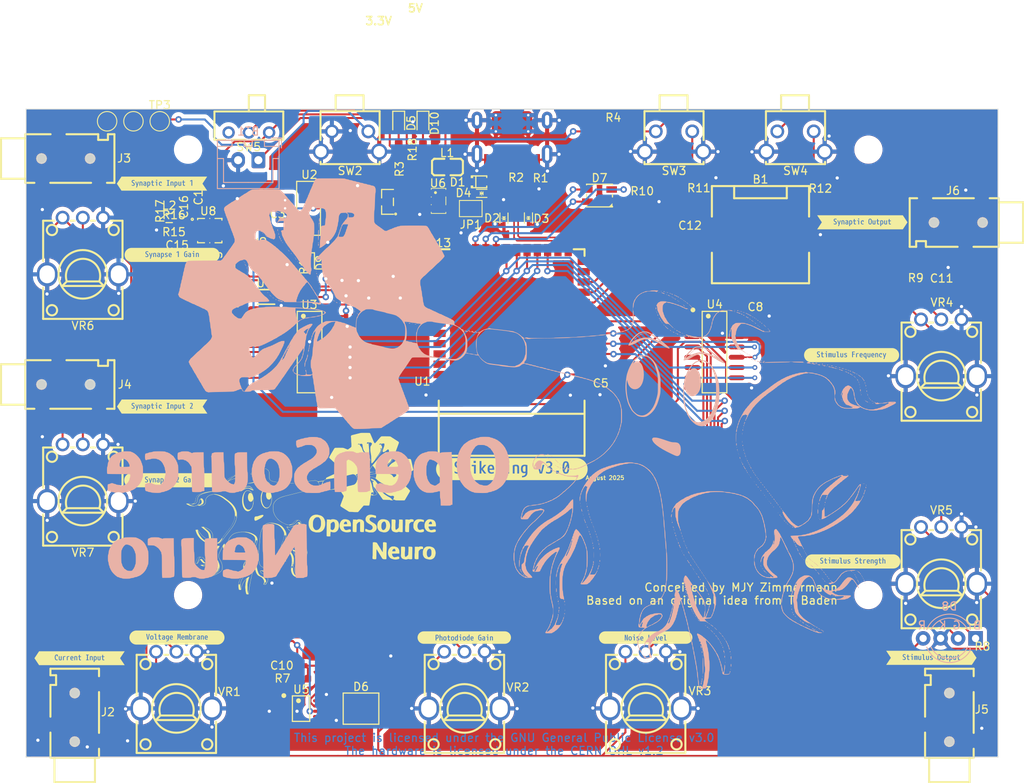
<source format=kicad_pcb>
(kicad_pcb (version 20241229) (generator "pcbnew") (generator_version "9.0")
  (layers (0 "F.Cu" signal) (2 "B.Cu" signal) (13 "F.Paste" user) (15 "B.Paste" user) (5 "F.SilkS" user "F.Silkscreen") (7 "B.SilkS" user "B.Silkscreen") (1 "F.Mask" user) (3 "B.Mask" user) (25 "Edge.Cuts" user))
  (net 0 "")
  (net 1 "Net-(C1-Pad1)")
  (net 2 "+5V")
  (net 3 "En")
  (net 4 "Boot")
  (net 5 "+3.3V")
  (net 6 "Net-(D6-C)")
  (net 7 "GNDREF")
  (net 8 "PhotoDiode")
  (net 9 "Net-(C11-Pad1)")
  (net 10 "Spike_Buzzer")
  (net 11 "Net-(B1-Pad1)")
  (net 12 "Net-(D5-Pad2)")
  (net 14 "USB_D-")
  (net 16 "USB_D+")
  (net 17 "Net-(J1-CC2)")
  (net 18 "Net-(J1-CC1)")
  (net 19 "LightStimulus")
  (net 20 "Net-(J5-Pad3)")
  (net 21 "SynapseOut_Spike")
  (net 22 "Net-(D7-K)")
  (net 23 "BuzzerButton")
  (net 24 "LEDButton")
  (net 25 "CS1")
  (net 27 "Stim_GLED")
  (net 28 "Stim_RLED")
  (net 30 "Spike_BLED")
  (net 31 "SCK")
  (net 32 "Spike_GLED")
  (net 40 "CS2")
  (net 41 "Stim_BLED")
  (net 42 "Spike_RLED")
  (net 43 "MOSI")
  (net 45 "MISO")
  (net 46 "VoltageMembrane")
  (net 47 "PhotoGain")
  (net 48 "Noise")
  (net 49 "StimulusStrength")
  (net 50 "StimulusFrequency")
  (net 51 "SynapseGain1")
  (net 52 "SynapseGain2")
  (net 53 "CurrentInput")
  (net 55 "SynapseIn1")
  (net 56 "Synapse1_Spike")
  (net 57 "Synapse2_Spike")
  (net 58 "SynapseIn2")
  (net 59 "CurrentStimulus")
  (net 60 "SynapseOut")
  (net 61 "Net-(D1-Pad1)")
  (net 62 "Net-(SW1-A)")
  (net 72 "unconnected-(U1-IO41-Pad34)")
  (net 74 "Net-(JP1-B)")
  (net 75 "VBUS")
  (net 76 "Net-(U6-PROG)")
  (net 77 "Net-(Q2-D)")
  (net 78 "Net-(D10-Pad2)")
  (net 79 "Net-(SW5-A)")
  (net 80 "Pack+")
  (net 81 "Net-(U8-VAUX)")
  (net 82 "Net-(U7-BAT)")
  (net 83 "Net-(D1-Pad2)")
  (net 84 "Net-(U8-L)")
  (net 85 "Net-(U7-V-)")
  (net 86 "Net-(U8-FB)")
  (net 88 "Net-(Q2B-G2)")
  (net 90 "Net-(Q1-G1)")
  (net 92 "Net-(Q1-G2)")
  (net 93 "Net-(Q1-D1{slash}D2-Pad2)")
  (footprint "Maxime:RES-TH_RK09D1130C2P" (layer "F.Cu") (at 154.12 120.5 180)
    (property "Reference" "VR2")
    (property "Value" "10kΩ")
  )
  (footprint "PCM_JLCPCB:R_0603" (layer "F.Cu") (at 139 69 -90)
    (property "Reference" "R13")
    (property "Value" "2kΩ")
  )
  (footprint "PCM_JLCPCB:R_0603" (layer "F.Cu") (at 149 55 90)
    (property "Reference" "R18")
    (property "Value" "5.1kΩ")
  )
  (footprint "PCM_JLCPCB:C_0603" (layer "F.Cu") (at 138.725 57.975)
    (property "Reference" "C2")
    (property "Value" "10uF")
  )
  (footprint "Maxime:Spiky20h" (layer "F.Cu") (at 134.775 99.925)
    (property "Reference" "G***" (hide yes))
    (property "Value" "LOGO" (hide yes))
  )
  (footprint "PCM_JLCPCB:R_0603" (layer "F.Cu") (at 137 69 -90)
    (property "Reference" "R19" (hide yes))
    (property "Value" "330Ω")
  )
  (footprint "Maxime:SOIC-16_L9.9-W3.9-P1.27-LS6.0-BL" (layer "F.Cu") (at 135 80 -90)
    (property "Reference" "U3")
    (property "Value" "MCP3208T-CI/SL")
  )
  (footprint "kibuzzard-6893830F" (layer "F.Cu") (at 154.1 115.25)
    (property "Reference" "kibuzzard-6893830F" (hide yes))
    (property "Value" "G***" (hide yes))
  )
  (footprint "PCM_JLCPCB:R_0603" (layer "F.Cu") (at 210.025 68.825 -90)
    (property "Reference" "R9")
    (property "Value" "10Ω")
  )
  (footprint "PCM_JLCPCB:C_0603" (layer "F.Cu") (at 118.35 65.1 180)
    (property "Reference" "C15")
    (property "Value" "4.7uF")
  )
  (footprint "Maxime:AUDIO-SMD_PJ-320B" (layer "F.Cu") (at 105.5 84 90)
    (property "Reference" "J4")
    (property "Value" "PJ-320B贴片")
    (fp_poly (pts (xy 0.64687 -3.663711) (xy 0.622011 -3.788685) (xy 0.573249 -3.906408) (xy 0.502457 -4.012356) (xy 0.412356 -4.102457) (xy 0.306408 -4.173249) (xy 0.188685 -4.222011) (xy 0.063711 -4.24687) (xy -0.063711 -4.24687) (xy -0.188685 -4.222011) (xy -0.306408 -4.173249) (xy -0.412356 -4.102457) (xy -0.502457 -4.012356) (xy -0.573249 -3.906408) (xy -0.622011 -3.788685) (xy -0.64687 -3.663711) (xy -0.64687 -3.536289) (xy -0.622011 -3.411315) (xy -0.573249 -3.293592) (xy -0.502457 -3.187644) (xy -0.412356 -3.097543) (xy -0.306408 -3.026751) (xy -0.188685 -2.977989) (xy -0.063711 -2.95313) (xy 0.063711 -2.95313) (xy 0.188685 -2.977989) (xy 0.306408 -3.026751) (xy 0.412356 -3.097543) (xy 0.502457 -3.187644) (xy 0.573249 -3.293592) (xy 0.622011 -3.411315) (xy 0.64687 -3.536289)) (fill yes) (layer "Edge.Cuts"))
    (fp_poly (pts (xy 0.64687 2.336289) (xy 0.622011 2.211315) (xy 0.573249 2.093592) (xy 0.502457 1.987644) (xy 0.412356 1.897543) (xy 0.306408 1.826751) (xy 0.188685 1.777989) (xy 0.063711 1.75313) (xy -0.063711 1.75313) (xy -0.188685 1.777989) (xy -0.306408 1.826751) (xy -0.412356 1.897543) (xy -0.502457 1.987644) (xy -0.573249 2.093592) (xy -0.622011 2.211315) (xy -0.64687 2.336289) (xy -0.64687 2.463711) (xy -0.622011 2.588685) (xy -0.573249 2.706408) (xy -0.502457 2.812356) (xy -0.412356 2.902457) (xy -0.306408 2.973249) (xy -0.188685 3.022011) (xy -0.063711 3.04687) (xy 0.063711 3.04687) (xy 0.188685 3.022011) (xy 0.306408 2.973249) (xy 0.412356 2.902457) (xy 0.502457 2.812356) (xy 0.573249 2.706408) (xy 0.622011 2.588685) (xy 0.64687 2.463711)) (fill yes) (layer "Edge.Cuts"))
  )
  (footprint "Audio_Module:Spikeling_Photoreceptor" (layer "F.Cu") (at 155.05 123.9)
    (property "Reference" "." (hide yes))
    (property "Value" "Spikeling_neuron")
  )
  (footprint "kibuzzard-6893832F" (layer "F.Cu") (at 202.075 105.85)
    (property "Reference" "kibuzzard-6893832F" (hide yes))
    (property "Value" "G***" (hide yes))
  )
  (footprint "TestPoint:TestPoint_Pad_D2.0mm" (layer "F.Cu") (at 110 51.5)
    (property "Reference" "TP2")
    (property "Value" "TestPoint")
  )
  (footprint "kibuzzard-68938494" (layer "F.Cu") (at 211.775 117.75)
    (property "Reference" "kibuzzard-68938494" (hide yes))
    (property "Value" "G***" (hide yes))
  )
  (footprint "kibuzzard-689381E8" (layer "F.Cu") (at 118.625 115.25)
    (property "Reference" "kibuzzard-689381E8" (hide yes))
    (property "Value" "G***" (hide yes))
  )
  (footprint "kibuzzard-689382F1" (layer "F.Cu") (at 118.025 68)
    (property "Reference" "kibuzzard-689382F1" (hide yes))
    (property "Value" "G***" (hide yes))
  )
  (footprint "PCM_JLCPCB:C_0603" (layer "F.Cu") (at 122.975 60.125 90)
    (property "Reference" "C17")
    (property "Value" "22uF")
  )
  (footprint "Maxime:AUDIO-SMD_PJ-320B" (layer "F.Cu") (at 214 124.5 180)
    (property "Reference" "J5")
    (property "Value" "PJ-320B贴片")
    (fp_poly (pts (xy 0.64687 2.336289) (xy 0.622011 2.211315) (xy 0.573249 2.093592) (xy 0.502457 1.987644) (xy 0.412356 1.897543) (xy 0.306408 1.826751) (xy 0.188685 1.777989) (xy 0.063711 1.75313) (xy -0.063711 1.75313) (xy -0.188685 1.777989) (xy -0.306408 1.826751) (xy -0.412356 1.897543) (xy -0.502457 1.987644) (xy -0.573249 2.093592) (xy -0.622011 2.211315) (xy -0.64687 2.336289) (xy -0.64687 2.463711) (xy -0.622011 2.588685) (xy -0.573249 2.706408) (xy -0.502457 2.812356) (xy -0.412356 2.902457) (xy -0.306408 2.973249) (xy -0.188685 3.022011) (xy -0.063711 3.04687) (xy 0.063711 3.04687) (xy 0.188685 3.022011) (xy 0.306408 2.973249) (xy 0.412356 2.902457) (xy 0.502457 2.812356) (xy 0.573249 2.706408) (xy 0.622011 2.588685) (xy 0.64687 2.463711)) (fill yes) (layer "Edge.Cuts"))
    (fp_poly (pts (xy 0.64687 -3.663711) (xy 0.622011 -3.788685) (xy 0.573249 -3.906408) (xy 0.502457 -4.012356) (xy 0.412356 -4.102457) (xy 0.306408 -4.173249) (xy 0.188685 -4.222011) (xy 0.063711 -4.24687) (xy -0.063711 -4.24687) (xy -0.188685 -4.222011) (xy -0.306408 -4.173249) (xy -0.412356 -4.102457) (xy -0.502457 -4.012356) (xy -0.573249 -3.906408) (xy -0.622011 -3.788685) (xy -0.64687 -3.663711) (xy -0.64687 -3.536289) (xy -0.622011 -3.411315) (xy -0.573249 -3.293592) (xy -0.502457 -3.187644) (xy -0.412356 -3.097543) (xy -0.306408 -3.026751) (xy -0.188685 -2.977989) (xy -0.063711 -2.95313) (xy 0.063711 -2.95313) (xy 0.188685 -2.977989) (xy 0.306408 -3.026751) (xy 0.412356 -3.097543) (xy 0.502457 -3.187644) (xy 0.573249 -3.293592) (xy 0.622011 -3.411315) (xy 0.64687 -3.536289)) (fill yes) (layer "Edge.Cuts"))
  )
  (footprint "PCM_JLCPCB:R_0603" (layer "F.Cu") (at 133.975 120.325 180)
    (property "Reference" "R7")
    (property "Value" "1MΩ")
  )
  (footprint "Maxime:SOT-23-5_L3.0-W1.7-P0.95-LS2.8-BR" (layer "F.Cu") (at 150.925 61.325 180)
    (property "Reference" "U6")
    (property "Value" "MCP73812T-420I/OT")
  )
  (footprint "PCM_JLCPCB:R_0603" (layer "F.Cu") (at 218 118.225 90)
    (property "Reference" "R8")
    (property "Value" "100Ω")
  )
  (footprint "Maxime:WIFIM-SMD_ESP32-S3-WROOM-1-N8" (layer "F.Cu") (at 159.95 76.3555 180)
    (property "Reference" "U1")
    (property "Value" "ESP32-S3-WROOM-1-N4")
  )
  (footprint "Audio_Module:Spikeling_Electrode" (layer "F.Cu") (at 125.95 107.2)
    (property "Reference" "REF**")
    (property "Value" "Spikeling_neuron")
  )
  (footprint "PCM_JLCPCB:SOT-223-3_L6.5-W3.4-P2.30-LS7.0-BR" (layer "F.Cu") (at 134.975 62.25)
    (property "Reference" "U2")
    (property "Value" "AMS1117")
  )
  (footprint "Maxime:RES-TH_RK09D1130C2P" (layer "F.Cu") (at 118.55 120.5 180)
    (property "Reference" "VR1")
    (property "Value" "10kΩ")
  )
  (footprint "Maxime:LED-SMD_4P-L3.2-W2.8-BL" (layer "F.Cu") (at 170.8 60.675)
    (property "Reference" "D7")
    (property "Value" "MHPC3528CRGBCT")
  )
  (footprint "PCM_JLCPCB:C_0402" (layer "F.Cu") (at 171.025 82.72)
    (property "Reference" "C5")
    (property "Value" "100nF")
  )
  (footprint "kibuzzard-68938370" (layer "F.Cu") (at 116.775 59.2)
    (property "Reference" "kibuzzard-68938370" (hide yes))
    (property "Value" "G***" (hide yes))
  )
  (footprint "PCM_JLCPCB:C_0603" (layer "F.Cu") (at 149.625 64.5 -90)
    (property "Reference" "C14")
    (property "Value" "4.7uF")
  )
  (footprint "Maxime:SW-TH_MMP122-R" (layer "F.Cu") (at 127.5 52.885034 180)
    (property "Reference" "SW5")
    (property "Value" "SW_Nidec_CAS-120A1")
  )
  (footprint "PCM_JLCPCB:R_0603" (layer "F.Cu") (at 118.25 66.475)
    (property "Reference" "R15")
    (property "Value" "10kΩ")
  )
  (footprint "Maxime:RES-TH_RK09D1130C2P" (layer "F.Cu") (at 213 105.1 180)
    (property "Reference" "VR5")
    (property "Value" "10kΩ")
  )
  (footprint "Maxime:BUZ-TH_L12.0-W12.0" (layer "F.Cu") (at 190.675 65.5)
    (property "Reference" "B1")
    (property "Value" "4kHz")
  )
  (footprint "Jumper:SolderJumper-2_P1.3mm_Open_Pad1.0x1.5mm" (layer "F.Cu") (at 154.9 62.275 180)
    (property "Reference" "JP1")
    (property "Value" "Jumper")
  )
  (footprint "kibuzzard-689383D8" (layer "F.Cu") (at 106.6 117.8)
    (property "Reference" "kibuzzard-689383D8" (hide yes))
    (property "Value" "G***" (hide yes))
  )
  (footprint "Maxime:WSON-6_L1.5-W1.5-P0.50-TL" (layer "F.Cu") (at 129.625 73.2)
    (property "Reference" "U7")
    (property "Value" "BQ29700DSER")
  )
  (footprint "MountingHole:MountingHole_3mm" (layer "F.Cu") (at 204 55)
    (property "Reference" "H2" (hide yes))
    (property "Value" "MountingHole")
  )
  (footprint "PCM_JLCPCB:R_0603" (layer "F.Cu") (at 198.075 58.5)
    (property "Reference" "R12")
    (property "Value" "10kΩ")
  )
  (footprint "PCM_JLCPCB:R_0603" (layer "F.Cu") (at 148.2 69.575 90)
    (property "Reference" "R5" (hide yes))
    (property "Value" "100Ω")
  )
  (footprint "kibuzzard-689384BB" (layer "F.Cu") (at 203.25 63.975)
    (property "Reference" "kibuzzard-689384BB" (hide yes))
    (property "Value" "G***" (hide yes))
  )
  (footprint "Maxime:VSSOP-8_L3.0-W3.0-P0.65-LS4.9-BL" (layer "F.Cu") (at 133.95 124.025 -90)
    (property "Reference" "U5")
    (property "Value" "OPA380AIDGKR")
  )
  (footprint "Package_TO_SOT_SMD:SOT-23-6" (layer "F.Cu") (at 125.4 72.8625)
    (property "Reference" "Q1")
    (property "Value" "FS8205A")
  )
  (footprint "PCM_JLCPCB:D_SOD-523" (layer "F.Cu") (at 135 69 -90)
    (property "Reference" "D9")
    (property "Value" "1SS389")
  )
  (footprint "PCM_JLCPCB:SW_TS-1088-AR02016" (layer "F.Cu") (at 144.225 71.225 -90)
    (property "Reference" "SW1")
    (property "Value" "Tactile Button, 160gf")
  )
  (footprint "PCM_JLCPCB:C_1206" (layer "F.Cu") (at 127.875 65.725 180)
    (property "Reference" "C1")
    (property "Value" "22uF")
  )
  (footprint "PCM_JLCPCB:R_0603" (layer "F.Cu") (at 133 69 -90)
    (property "Reference" "R14")
    (property "Value" "100kΩ")
  )
  (footprint "PCM_JLCPCB:R_0603" (layer "F.Cu") (at 118.25 61.775 180)
    (property "Reference" "R16")
    (property "Value" "2MΩ")
  )
  (footprint "PCM_JLCPCB:C_0402" (layer "F.Cu") (at 140 75.55)
    (property "Reference" "C7" (hide yes))
    (property "Value" "100nF")
  )
  (footprint "kibuzzard-689383B5" (layer "F.Cu") (at 116.8 86.725)
    (property "Reference" "kibuzzard-689383B5" (hide yes))
    (property "Value" "G***" (hide yes))
  )
  (footprint "PCM_JLCPCB:C_0603" (layer "F.Cu") (at 121.175 61.775 90)
    (property "Reference" "C16")
    (property "Value" "1uF")
  )
  (footprint "PCM_JLCPCB:C_0603" (layer "F.Cu") (at 127 69 90)
    (property "Reference" "C18")
    (property "Value" "100nF")
  )
  (footprint "PCM_JLCPCB:C_0402" (layer "F.Cu") (at 190.05 75.55 180)
    (property "Reference" "C8")
    (property "Value" "100nF")
  )
  (footprint "MountingHole:MountingHole_3mm" (layer "F.Cu") (at 120 55)
    (property "Reference" "H1" (hide yes))
    (property "Value" "MountingHole")
  )
  (footprint "PCM_JLCPCB:R_0603" (layer "F.Cu") (at 146 55 90)
    (property "Reference" "R3")
    (property "Value" "5.1kΩ")
  )
  (footprint "kibuzzard-6893831F" (layer "F.Cu") (at 176.5 115.25)
    (property "Reference" "kibuzzard-6893831F" (hide yes))
    (property "Value" "G***" (hide yes))
  )
  (footprint "Maxime:AUDIO-SMD_PJ-320B" (layer "F.Cu") (at 214.5 64 -90)
    (property "Reference" "J6")
    (property "Value" "PJ-320B贴片")
    (fp_poly (pts (xy 0.64687 2.336289) (xy 0.622011 2.211315) (xy 0.573249 2.093592) (xy 0.502457 1.987644) (xy 0.412356 1.897543) (xy 0.306408 1.826751) (xy 0.188685 1.777989) (xy 0.063711 1.75313) (xy -0.063711 1.75313) (xy -0.188685 1.777989) (xy -0.306408 1.826751) (xy -0.412356 1.897543) (xy -0.502457 1.987644) (xy -0.573249 2.093592) (xy -0.622011 2.211315) (xy -0.64687 2.336289) (xy -0.64687 2.463711) (xy -0.622011 2.588685) (xy -0.573249 2.706408) (xy -0.502457 2.812356) (xy -0.412356 2.902457) (xy -0.306408 2.973249) (xy -0.188685 3.022011) (xy -0.063711 3.04687) (xy 0.063711 3.04687) (xy 0.188685 3.022011) (xy 0.306408 2.973249) (xy 0.412356 2.902457) (xy 0.502457 2.812356) (xy 0.573249 2.706408) (xy 0.622011 2.588685) (xy 0.64687 2.463711)) (fill yes) (layer "Edge.Cuts"))
    (fp_poly (pts (xy 0.64687 -3.663711) (xy 0.622011 -3.788685) (xy 0.573249 -3.906408) (xy 0.502457 -4.012356) (xy 0.412356 -4.102457) (xy 0.306408 -4.173249) (xy 0.188685 -4.222011) (xy 0.063711 -4.24687) (xy -0.063711 -4.24687) (xy -0.188685 -4.222011) (xy -0.306408 -4.173249) (xy -0.412356 -4.102457) (xy -0.502457 -4.012356) (xy -0.573249 -3.906408) (xy -0.622011 -3.788685) (xy -0.64687 -3.663711) (xy -0.64687 -3.536289) (xy -0.622011 -3.411315) (xy -0.573249 -3.293592) (xy -0.502457 -3.187644) (xy -0.412356 -3.097543) (xy -0.306408 -3.026751) (xy -0.188685 -2.977989) (xy -0.063711 -2.95313) (xy 0.063711 -2.95313) (xy 0.188685 -2.977989) (xy 0.306408 -3.026751) (xy 0.412356 -3.097543) (xy 0.502457 -3.187644) (xy 0.573249 -3.293592) (xy 0.622011 -3.411315) (xy 0.64687 -3.536289)) (fill yes) (layer "Edge.Cuts"))
  )
  (footprint "Maxime:AUDIO-SMD_PJ-320B" (layer "F.Cu") (at 105.5 56.1 90)
    (property "Reference" "J3")
    (property "Value" "PJ-320B贴片")
    (fp_poly (pts (xy 0.64687 -3.663711) (xy 0.622011 -3.788685) (xy 0.573249 -3.906408) (xy 0.502457 -4.012356) (xy 0.412356 -4.102457) (xy 0.306408 -4.173249) (xy 0.188685 -4.222011) (xy 0.063711 -4.24687) (xy -0.063711 -4.24687) (xy -0.188685 -4.222011) (xy -0.306408 -4.173249) (xy -0.412356 -4.102457) (xy -0.502457 -4.012356) (xy -0.573249 -3.906408) (xy -0.622011 -3.788685) (xy -0.64687 -3.663711) (xy -0.64687 -3.536289) (xy -0.622011 -3.411315) (xy -0.573249 -3.293592) (xy -0.502457 -3.187644) (xy -0.412356 -3.097543) (xy -0.306408 -3.026751) (xy -0.188685 -2.977989) (xy -0.063711 -2.95313) (xy 0.063711 -2.95313) (xy 0.188685 -2.977989) (xy 0.306408 -3.026751) (xy 0.412356 -3.097543) (xy 0.502457 -3.187644) (xy 0.573249 -3.293592) (xy 0.622011 -3.411315) (xy 0.64687 -3.536289)) (fill yes) (layer "Edge.Cuts"))
    (fp_poly (pts (xy 0.64687 2.336289) (xy 0.622011 2.211315) (xy 0.573249 2.093592) (xy 0.502457 1.987644) (xy 0.412356 1.897543) (xy 0.306408 1.826751) (xy 0.188685 1.777989) (xy 0.063711 1.75313) (xy -0.063711 1.75313) (xy -0.188685 1.777989) (xy -0.306408 1.826751) (xy -0.412356 1.897543) (xy -0.502457 1.987644) (xy -0.573249 2.093592) (xy -0.622011 2.211315) (xy -0.64687 2.336289) (xy -0.64687 2.463711) (xy -0.622011 2.588685) (xy -0.573249 2.706408) (xy -0.502457 2.812356) (xy -0.412356 2.902457) (xy -0.306408 2.973249) (xy -0.188685 3.022011) (xy -0.063711 3.04687) (xy 0.063711 3.04687) (xy 0.188685 3.022011) (xy 0.306408 2.973249) (xy 0.412356 2.902457) (xy 0.502457 2.812356) (xy 0.573249 2.706408) (xy 0.622011 2.588685) (xy 0.64687 2.463711)) (fill yes) (layer "Edge.Cuts"))
  )
  (footprint "PCM_JLCPCB:C_0603" (layer "F.Cu") (at 212.5 68.78 -90)
    (property "Reference" "C11")
    (property "Value" "1nF")
  )
  (footprint "PCM_JLCPCB:TYPE-C-SMD_HX-TYPE-C-16PIN" (layer "F.Cu") (at 160 53.75 180)
    (property "Reference" "J1" (hide yes))
    (property "Value" "Connector, USB-TYPE-C-16P")
  )
  (footprint "TestPoint:TestPoint_Pad_D2.0mm" (layer "F.Cu") (at 113.25 51.5)
    (property "Reference" "TP1")
    (property "Value" "TestPoint")
  )
  (footprint "Maxime:KEY-TH_4P-L7.5-W6.8-P4.50-LS7.2" (layer "F.Cu") (at 180 54 180)
    (property "Reference" "SW3")
    (property "Value" "SKHHLVA010")
  )
  (footprint "PCM_JLCPCB:C_0402" (layer "F.Cu") (at 133.975 118.725)
    (property "Reference" "C10")
    (property "Value" "3.3pF")
  )
  (footprint "Maxime:KEY-TH_4P-L7.5-W6.8-P4.50-LS7.2" (layer "F.Cu") (at 140 54 180)
    (property "Reference" "SW2")
    (property "Value" "SKHHLVA010")
  )
  (footprint "PCM_JLCPCB:C_0402" (layer "F.Cu") (at 138.3 121.95 -90)
    (property "Reference" "C9" (hide yes))
    (property "Value" "100nF")
  )
  (footprint "Maxime:SOD-523_L1.2-W0.8-LS1.6-BI" (layer "F.Cu") (at 159 63.475 -90)
    (property "Reference" "D2")
    (property "Value" "LESD5D5.0CT1G")
  )
  (footprint "PCM_JLCPCB:R_0603" (layer "F.Cu") (at 140.575 65.85 180)
    (property "Reference" "R21" (hide yes))
    (property "Value" "100kΩ")
  )
  (footprint "PCM_JLCPCB:R_0603" (layer "F.Cu") (at 141 69 90)
    (property "Reference" "R14")
    (property "Value" "10kΩ")
  )
  (footprint "PCM_JLCPCB:D_0603" (layer "F.Cu") (at 149 51.75 -90)
    (property "Reference" "D10")
    (property "Value" "Red")
  )
  (footprint "PCM_JLCPCB:R_0603" (layer "F.Cu") (at 125 69 90)
    (property "Reference" "R15")
    (property "Value" "2.2kΩ")
  )
  (footprint "PCM_JLCPCB:R_0603" (layer "F.Cu") (at 183.075 58.5)
    (property "Reference" "R11")
    (property "Value" "10kΩ")
  )
  (footprint "Maxime:SENSOR-TH_BPW34S-Z" (layer "F.Cu") (at 141.35 124.025)
    (property "Reference" "D6")
    (property "Value" "BPW34S-Z")
  )
  (footprint "PCM_JLCPCB:R_0603" (layer "F.Cu") (at 172.5 52.75 180)
    (property "Reference" "R4")
    (property "Value" "10kΩ")
  )
  (footprint "PCM_JLCPCB:C_0402" (layer "F.Cu") (at 182 66 90)
    (property "Reference" "C12")
    (property "Value" "100nF")
  )
  (footprint "Maxime:SOD-523_L1.2-W0.8-LS1.6-BI" (layer "F.Cu") (at 156.25 60.4)
    (property "Reference" "D4")
    (property "Value" "LESD5D5.0CT1G")
  )
  (footprint "PCM_JLCPCB:L_0805" (layer "F.Cu") (at 117.66 63.45)
    (property "Reference" "L2")
    (property "Value" "2.2uH")
  )
  (footprint "MountingHole:MountingHole_3mm" (layer "F.Cu") (at 204 110)
    (property "Reference" "H3" (hide yes))
    (property "Value" "MountingHole")
  )
  (footprint "PCM_JLCPCB:R_0603" (layer "F.Cu") (at 115.25 62.6 -90)
    (property "Reference" "R17")
    (property "Value" "180kΩ")
  )
  (footprint "PCM_JLCPCB:C_1206" (layer "F.Cu") (at 127.875 62.925 180)
    (property "Reference" "C3")
    (property "Value" "22uF")
  )
  (footprint "Maxime:RES-TH_RK09D1130C2P" (layer "F.Cu") (at 107 66.9 180)
    (property "Reference" "VR6")
    (property "Value" "10kΩ")
  )
  (footprint "kibuzzard-68938301" (layer "F.Cu") (at 117.975 95.825)
    (property "Reference" "kibuzzard-68938301" (hide yes))
    (property "Value" "G***" (hide yes))
  )
  (footprint "Maxime:RES-TH_RK09D1130C2P" (layer "F.Cu") (at 213 79.472 180)
    (property "Reference" "VR4")
    (property "Value" "10kΩ")
  )
  (footprint "Maxime:L0805" (layer "F.Cu") (at 151.984 57.15 180)
    (property "Reference" "L1")
    (property "Value" "BLM21PG221SN1D")
  )
  (footprint "Maxime:SOIC-16_L9.9-W3.9-P1.27-LS6.0-BL" (layer "F.Cu") (at 185 80 -90)
    (property "Reference" "U4")
    (property "Value" "MCP3208T-CI/SL")
  )
  (footprint "Maxime:RES-TH_RK09D1130C2P" (layer "F.Cu") (at 176.5 120.5 180)
    (property "Reference" "VR3")
    (property "Value" "10kΩ")
  )
  (footprint "PCM_JLCPCB:R_0603" (layer "F.Cu") (at 176.075 61.425)
    (property "Reference" "R10")
    (property "Value" "100Ω")
  )
  (footprint "PCM_JLCPCB:SOT-23-3_L2.9-W1.3-P1.90-LS2.4-BR" (layer "F.Cu") (at 144.625 61.45)
    (property "Reference" "Q2" (hide yes))
    (property "Value" "SI2309CDS-T1-GE3")
  )
  (footprint "TestPoint:TestPoint_Pad_D2.0mm" (layer "F.Cu") (at 116.5 51.5)
    (property "Reference" "TP3")
    (property "Value" "TestPoint")
  )
  (footprint "Maxime:KEY-TH_4P-L7.5-W6.8-P4.50-LS7.2" (layer "F.Cu") (at 195 54 180)
    (property "Reference" "SW4")
    (property "Value" "SKHHLVA010")
  )
  (footprint "PCM_JLCPCB:R_0603" (layer "F.Cu") (at 129 69 90)
    (property "Reference" "R6")
    (property "Value" "0Ω")
  )
  (footprint "Maxime:VSON-10_L3.0-W3.0-P0.50-TL-EP_TPS62410DRCR" (layer "F.Cu") (at 122.675 65)
    (property "Reference" "U8")
    (property "Value" "TPS61200DRCR")
  )
  (footprint "Audio_Module:Spikeling_Neuron" (layer "F.Cu") (at 156 65.375)
    (property "Reference" "." (hide yes))
    (property "Value" "Spikeling_neuron")
  )
  (footprint "kibuzzard-6893833B" (layer "F.Cu") (at 201.925 80.375)
    (property "Reference" "kibuzzard-6893833B" (hide yes))
    (property "Value" "G***" (hide yes))
  )
  (footprint "Maxime:RES-TH_RK09D1130C2P" (layer "F.Cu") (at 107 94.9 180)
    (property "Reference" "VR7")
    (property "Value" "10kΩ")
  )
  (footprint "Maxime:SOD-323_L1.8-W1.3-LS2.5-RD" (layer "F.Cu") (at 155.975 58.975)
    (property "Reference" "D1")
    (property "Value" "1N5817WS")
  )
  (footprint "Maxime:SOD-523_L1.2-W0.8-LS1.6-BI" (layer "F.Cu") (at 162.025 63.45 -90)
    (property "Reference" "D3")
    (property "Value" "LESD5D5.0CT1G")
  )
  (footprint "PCM_JLCPCB:C_0402" (layer "F.Cu") (at 146.85 69.575 90)
    (property "Reference" "C6" (hide yes))
    (property "Value" "100nF")
  )
  (footprint "MountingHole:MountingHole_3mm" (layer "F.Cu") (at 120 110)
    (property "Reference" "H4" (hide yes))
    (property "Value" "MountingHole")
  )
  (footprint "PCM_JLCPCB:R_0603" (layer "F.Cu") (at 159 59 -90)
    (property "Reference" "R2")
    (property "Value" "5.1kΩ")
  )
  (footprint "Maxime:AUDIO-SMD_PJ-320B" (layer "F.Cu") (at 106 124.5 180)
    (property "Reference" "J2")
    (property "Value" "PJ-320B贴片")
    (fp_poly (pts (xy 0.64687 2.336289) (xy 0.622011 2.211315) (xy 0.573249 2.093592) (xy 0.502457 1.987644) (xy 0.412356 1.897543) (xy 0.306408 1.826751) (xy 0.188685 1.777989) (xy 0.063711 1.75313) (xy -0.063711 1.75313) (xy -0.188685 1.777989) (xy -0.306408 1.826751) (xy -0.412356 1.897543) (xy -0.502457 1.987644) (xy -0.573249 2.093592) (xy -0.622011 2.211315) (xy -0.64687 2.336289) (xy -0.64687 2.463711) (xy -0.622011 2.588685) (xy -0.573249 2.706408) (xy -0.502457 2.812356) (xy -0.412356 2.902457) (xy -0.306408 2.973249) (xy -0.188685 3.022011) (xy -0.063711 3.04687) (xy 0.063711 3.04687) (xy 0.188685 3.022011) (xy 0.306408 2.973249) (xy 0.412356 2.902457) (xy 0.502457 2.812356) (xy 0.573249 2.706408) (xy 0.622011 2.588685) (xy 0.64687 2.463711)) (fill yes) (layer "Edge.Cuts"))
    (fp_poly (pts (xy 0.64687 -3.663711) (xy 0.622011 -3.788685) (xy 0.573249 -3.906408) (xy 0.502457 -4.012356) (xy 0.412356 -4.102457) (xy 0.306408 -4.173249) (xy 0.188685 -4.222011) (xy 0.063711 -4.24687) (xy -0.063711 -4.24687) (xy -0.188685 -4.222011) (xy -0.306408 -4.173249) (xy -0.412356 -4.102457) (xy -0.502457 -4.012356) (xy -0.573249 -3.906408) (xy -0.622011 -3.788685) (xy -0.64687 -3.663711) (xy -0.64687 -3.536289) (xy -0.622011 -3.411315) (xy -0.573249 -3.293592) (xy -0.502457 -3.187644) (xy -0.412356 -3.097543) (xy -0.306408 -3.026751) (xy -0.188685 -2.977989) (xy -0.063711 -2.95313) (xy 0.063711 -2.95313) (xy 0.188685 -2.977989) (xy 0.306408 -3.026751) (xy 0.412356 -3.097543) (xy 0.502457 -3.187644) (xy 0.573249 -3.293592) (xy 0.622011 -3.411315) (xy 0.64687 -3.536289)) (fill yes) (layer "Edge.Cuts"))
  )
  (footprint "PCM_JLCPCB:C_0402" (layer "F.Cu") (at 128.5 60.725 180)
    (property "Reference" "C4")
    (property "Value" "100nF")
  )
  (footprint "PCM_JLCPCB:C_0603" (layer "F.Cu") (at 152.225 64.5 -90)
    (property "Reference" "C13")
    (property "Value" "4.7uF")
  )
  (footprint "PCM_JLCPCB:R_0603" (layer "F.Cu") (at 162 59 -90)
    (property "Reference" "R1")
    (property "Value" "5.1kΩ")
  )
  (footprint "PCM_JLCPCB:D_0603" (layer "F.Cu") (at 146 51.75 -90)
    (property "Reference" "D5")
    (property "Value" "Red")
  )
  (footprint "kibuzzard-68972704" (layer "F.Cu") (at 159.975 94.45)
    (property "Reference" "kibuzzard-68972704" (hide yes))
    (property "Value" "G***" (hide yes))
  )
  (footprint "Connector_JST:JST_XH_B2B-XH-A_1x02_P2.50mm_Vertical" (layer "B.Cu") (at 128.675 56.3 180)
    (property "Reference" "BT1")
    (property "Value" "Battery_Cell")
  )
  (footprint "LOGO" (layer "B.Cu") (at 160 90 180)
    (property "Reference" "G***")
    (property "Value" "LOGO" (hide yes))
  )
  (footprint "LED_THT:LED_D5.0mm-4_RGB_Wide_Pins" (layer "B.Cu") (at 217.234 115.35 180)
    (property "Reference" "D8")
    (property "Value" "LED_BGKR")
  )
  (gr_line (start 220 130) (end 100 130) (stroke (width 0.1)) (layer "Edge.Cuts"))
  (gr_line (start 100 50) (end 220 50) (stroke (width 0.1)) (layer "Edge.Cuts"))
  (gr_line (start 220 50) (end 220 130) (stroke (width 0.1)) (layer "Edge.Cuts"))
  (gr_line (start 100 130) (end 100 50) (stroke (width 0.1)) (layer "Edge.Cuts"))
  (gr_text "This project is licensed under the GNU General Public License v3.0\nThe hardware is licensed under the CERN OHL v1.2" (at 159.02 128.43 0) (layer "B.Cu") (effects (font (size 1 1))))
  (gr_text "August 2025" (at 169.025 95.825 0) (layer "F.SilkS") (effects (font (size 0.5 0.5) (thickness 0.1) (bold yes)) (justify left bottom)))
  (gr_text "3.3V\n" (at 141.775 39.7 0) (layer "F.SilkS") (effects (font (size 1 1) (thickness 0.2) (bold yes)) (justify left bottom)))
  (gr_text "5V\n" (at 147.025 38.125 0) (layer "F.SilkS") (effects (font (size 1 1) (thickness 0.2) (bold yes)) (justify left bottom)))
  (gr_text "Conceived by MJY Zimmermann\nBased on an original idea from T Baden" (at 200.3 111.25 0) (layer "F.SilkS") (effects (font (size 1 1)) (justify right bottom)))
  (gr_text "B  G K  R" (at 218.025 114.325 0) (layer "B.SilkS") (effects (font (size 1 1)) (justify left bottom mirror)))
  (segment (start 129 68.18) (end 129 66.08) (width 0.25) (layer "F.Cu") (net 1))
  (segment (start 129.355 61.42) (end 129.525 61.25) (width 0.25) (layer "F.Cu") (net 1))
  (segment (start 146 55.82) (end 146 57.243274) (width 0.25) (layer "F.Cu") (net 1))
  (segment (start 131.975 63.25) (end 131.505 63.25) (width 0.25) (layer "F.Cu") (net 1))
  (segment (start 130.03 62.25) (end 131.975 62.25) (width 0.25) (layer "F.Cu") (net 1))
  (segment (start 129.355 62.925) (end 130.03 62.25) (width 0.25) (layer "F.Cu") (net 1))
  (segment (start 129.355 62.925) (end 129.355 65.725) (width 0.25) (layer "F.Cu") (net 1))
  (segment (start 129.525 61.25) (end 129 60.725) (width 0.25) (layer "F.Cu") (net 1))
  (segment (start 131.975 61.25) (end 129.525 61.25) (width 0.25) (layer "F.Cu") (net 1))
  (segment (start 129.005 62.88) (end 129 62.875) (width 0.25) (layer "F.Cu") (net 1))
  (segment (start 139.521 59.82728) (end 141.089143 58.259137) (width 0.25) (layer "F.Cu") (net 1))
  (segment (start 129.355 62.925) (end 129.355 61.42) (width 0.25) (layer "F.Cu") (net 1))
  (segment (start 129 66.08) (end 129.355 65.725) (width 0.25) (layer "F.Cu") (net 1))
  (segment (start 139.521 60.674) (end 139.521 59.82728) (width 0.25) (layer "F.Cu") (net 1))
  (segment (start 129.625 62.25) (end 129 62.875) (width 0.25) (layer "F.Cu") (net 1))
  (segment (start 135.45 62.25) (end 137.945 62.25) (width 0.25) (layer "F.Cu") (net 1))
  (segment (start 141.089143 58.259137) (end 144.984137 58.259137) (width 0.25) (layer "F.Cu") (net 1))
  (segment (start 146 57.243274) (end 144.984137 58.259137) (width 0.25) (layer "F.Cu") (net 1))
  (segment (start 137.945 62.25) (end 139.521 60.674) (width 0.25) (layer "F.Cu") (net 1))
  (via (at 135.45 62.25) (size 0.8) (drill 0.4) (layers "F.Cu" "B.Cu") (net 1))
  (segment (start 131.975 62.25) (end 135.45 62.25) (width 0.25) (layer "B.Cu") (net 1))
  (segment (start 137.945 57.975) (end 137.945 59.95) (width 0.25) (layer "F.Cu") (net 2))
  (segment (start 113.25 51.5) (end 113.975 52.225) (width 0.25) (layer "F.Cu") (net 2))
  (segment (start 170.525 82.72) (end 168.9 82.72) (width 0.25) (layer "F.Cu") (net 3))
  (segment (start 166.855 82.77) (end 166.825 82.8) (width 0.25) (layer "F.Cu") (net 3))
  (segment (start 168.9 82.72) (end 168.85 82.77) (width 0.25) (layer "F.Cu") (net 3))
  (segment (start 168.85 82.77) (end 166.855 82.77) (width 0.25) (layer "F.Cu") (net 3))
  (segment (start 171.68 52.75) (end 167.55 52.75) (width 0.25) (layer "F.Cu") (net 3))
  (via (at 166.825 82.8) (size 0.8) (drill 0.4) (layers "F.Cu" "B.Cu") (net 3))
  (via (at 167.55 52.75) (size 0.8) (drill 0.4) (layers "F.Cu" "B.Cu") (net 3))
  (segment (start 134.2625 51.7375) (end 130.4 55.6) (width 0.25) (layer "B.Cu") (net 3))
  (segment (start 134.2625 50.7375) (end 134.775 50.225) (width 0.25) (layer "B.Cu") (net 3))
  (segment (start 162.25 87.375) (end 166.825 82.8) (width 0.25) (layer "B.Cu") (net 3))
  (segment (start 131.7 87.375) (end 132.35 87.375) (width 0.25) (layer "B.Cu") (net 3))
  (segment (start 143.975 53.726) (end 166.574 53.726) (width 0.25) (layer "B.Cu") (net 3))
  (segment (start 128.075 83.75) (end 131.7 87.375) (width 0.25) (layer "B.Cu") (net 3))
  (segment (start 134.775 50.225) (end 139.725 50.225) (width 0.25) (layer "B.Cu") (net 3))
  (segment (start 166.574 53.726) (end 167.55 52.75) (width 0.25) (layer "B.Cu") (net 3))
  (segment (start 134.2625 50.7375) (end 134.2625 51.7375) (width 0.25) (layer "B.Cu") (net 3))
  (segment (start 132.35 87.375) (end 162.25 87.375) (width 0.25) (layer "B.Cu") (net 3))
  (segment (start 130.4 55.6) (end 130.4 59.075) (width 0.25) (layer "B.Cu") (net 3))
  (segment (start 139.725 50.225) (end 142.25 52.75) (width 0.25) (layer "B.Cu") (net 3))
  (segment (start 130.4 59.075) (end 128.075 61.4) (width 0.25) (layer "B.Cu") (net 3))
  (segment (start 142.25 52.75) (end 143.226 53.726) (width 0.25) (layer "B.Cu") (net 3))
  (segment (start 128.075 61.4) (end 128.075 83.75) (width 0.25) (layer "B.Cu") (net 3))
  (segment (start 143.226 53.726) (end 143.975 53.726) (width 0.25) (layer "B.Cu") (net 3))
  (segment (start 151.17 68.755) (end 151.175 68.75) (width 0.25) (layer "F.Cu") (net 4))
  (segment (start 149.0975 69.4975) (end 149.795 68.8) (width 0.25) (layer "F.Cu") (net 4))
  (segment (start 147.17 70.395) (end 146.85 70.075) (width 0.25) (layer "F.Cu") (net 4))
  (segment (start 148.2 70.395) (end 149.0975 69.4975) (width 0.25) (layer "F.Cu") (net 4))
  (segment (start 149.795 68.8) (end 151.05 68.8) (width 0.25) (layer "F.Cu") (net 4))
  (segment (start 148.2 70.395) (end 147.17 70.395) (width 0.25) (layer "F.Cu") (net 4))
  (segment (start 210.5 75.972) (end 212.278 77.75) (width 0.25) (layer "F.Cu") (net 5))
  (segment (start 138.3 121.45) (end 141.18719 121.45) (width 0.25) (layer "F.Cu") (net 5))
  (segment (start 100.174 68.75) (end 100.174 51.776) (width 0.25) (layer "F.Cu") (net 5))
  (segment (start 105.625 129.864) (end 100.664 129.864) (width 0.25) (layer "F.Cu") (net 5))
  (segment (start 151.62 117) (end 145.5 123.12) (width 0.25) (layer "F.Cu") (net 5))
  (segment (start 148.1 129.864) (end 150.236 129.864) (width 0.25) (layer "F.Cu") (net 5))
  (segment (start 189.75 74.351) (end 188.9395 74.351) (width 0.25) (layer "F.Cu") (net 5))
  (segment (start 219.85 107.3) (end 219.85 114.5) (width 0.25) (layer "F.Cu") (net 5))
  (segment (start 100.174 80.05) (end 100.174 79.75) (width 0.25) (layer "F.Cu") (net 5))
  (segment (start 195.15 50.35) (end 196.525 50.35) (width 0.25) (layer "F.Cu") (net 5))
  (segment (start 109.3375 125.7625) (end 116.05 119.05) (width 0.25) (layer "F.Cu") (net 5))
  (segment (start 178.507 77.468) (end 171.985 83.99) (width 0.25) (layer "F.Cu") (net 5))
  (segment (start 217.725 77.75) (end 219.85 79.875) (width 0.25) (layer "F.Cu") (net 5))
  (segment (start 147.425 129.864) (end 147.775 129.864) (width 0.25) (layer "F.Cu") (net 5))
  (segment (start 189.55 75.55) (end 187.7405 75.55) (width 0.25) (layer "F.Cu") (net 5))
  (segment (start 100.174 51.776) (end 100.675 51.275) (width 0.25) (layer "F.Cu") (net 5))
  (segment (start 100.7375 67.1625) (end 100.4 67.5) (width 0.25) (layer "F.Cu") (net 5))
  (segment (start 100.136 51.814) (end 100.136 68.212) (width 0.25) (layer "F.Cu") (net 5))
  (segment (start 137.7355 75.555) (end 139.495 75.555) (width 0.25) (layer "F.Cu") (net 5))
  (segment (start 108.3 129.864) (end 105.625 129.864) (width 0.25) (layer "F.Cu") (net 5))
  (segment (start 137.7355 76.825) (end 137.0925 77.468) (width 0.25) (layer "F.Cu") (net 5))
  (segment (start 103.0125 83.2125) (end 102.75 82.95) (width 0.25) (layer "F.Cu") (net 5))
  (segment (start 139.495 75.555) (end 139.5 75.55) (width 0.25) (layer "F.Cu") (net 5))
  (segment (start 146.989 129.864) (end 147.775 129.864) (width 0.25) (layer "F.Cu") (net 5))
  (segment (start 147.589 129.864) (end 148.1 129.864) (width 0.25) (layer "F.Cu") (net 5))
  (segment (start 143.474 127.575) (end 143.474 129.063) (width 0.25) (layer "F.Cu") (net 5))
  (segment (start 131.532 72.352) (end 129 69.82) (width 0.25) (layer "F.Cu") (net 5))
  (segment (start 213.15 104.25) (end 216.8 104.25) (width 0.25) (layer "F.Cu") (net 5))
  (segment (start 212.278 77.75) (end 217.725 77.75) (width 0.25) (layer "F.Cu") (net 5))
  (segment (start 184.218905 76.993905) (end 183.74481 77.468) (width 0.25) (layer "F.Cu") (net 5))
  (segment (start 216.8 104.25) (end 217.725 105.175) (width 0.25) (layer "F.Cu") (net 5))
  (segment (start 139.5 75.55) (end 139.5 74.9) (width 0.25) (layer "F.Cu") (net 5))
  (segment (start 144.4375 125.9625) (end 143.7 126.7) (width 0.25) (layer "F.Cu") (net 5))
  (segment (start 177.75 52.75) (end 180.15 50.35) (width 0.25) (layer "F.Cu") (net 5))
  (segment (start 143.474 129.063) (end 144.275 129.864) (width 0.25) (layer "F.Cu") (net 5))
  (segment (start 109.25519 77.468) (end 109.65 77.468) (width 0.25) (layer "F.Cu") (net 5))
  (segment (start 144.275 129.864) (end 147.425 129.864) (width 0.25) (layer "F.Cu") (net 5))
  (segment (start 219.85 60.65) (end 219.85 79.875) (width 0.25) (layer "F.Cu") (net 5))
  (segment (start 145.5 124.9) (end 144.4375 125.9625) (width 0.25) (layer "F.Cu") (net 5))
  (segment (start 143.474 127.575) (end 143.474 126.926) (width 0.25) (layer "F.Cu") (net 5))
  (segment (start 196.525 50.35) (end 200.15 50.35) (width 0.25) (layer "F.Cu") (net 5))
  (segment (start 104.5 63.4) (end 100.7375 67.1625) (width 0.25) (layer "F.Cu") (net 5))
  (segment (start 104.425 126.475) (end 101.036 129.864) (width 0.25) (layer "F.Cu") (net 5))
  (segment (start 217.725 105.175) (end 219.85 107.3) (width 0.25) (layer "F.Cu") (net 5))
  (segment (start 210.5 75.972) (end 208.879 74.351) (width 0.25) (layer "F.Cu") (net 5))
  (segment (start 219.85 58.948) (end 219.85 60.65) (width 0.25) (layer "F.Cu") (net 5))
  (segment (start 100.174 80.374) (end 100.174 79.425) (width 0.25) (layer "F.Cu") (net 5))
  (segment (start 103.532 77.468) (end 104.35 77.468) (width 0.25) (layer "F.Cu") (net 5))
  (segment (start 100.174 79.425) (end 100.174 80.05) (width 0.25) (layer "F.Cu") (net 5))
  (segment (start 180.15 50.35) (end 196.525 50.35) (width 0.25) (layer "F.Cu") (net 5))
  (segment (start 100.174 129.374) (end 100.174 126.875) (width 0.25) (layer "F.Cu") (net 5))
  (segment (start 187.7355 75.555) (end 187.7355 76.825) (width 0.25) (layer "F.Cu") (net 5))
  (segment (start 135.099 122.836266) (end 136.485266 121.45) (width 0.25) (layer "F.Cu") (net 5))
  (segment (start 219.038 129.864) (end 171.086 129.864) (width 0.25) (layer "F.Cu") (net 5))
  (segment (start 137.7355 75.555) (end 137.7355 76.825) (width 0.25) (layer "F.Cu") (net 5))
  (segment (start 143.474 126.926) (end 144.4375 125.9625) (width 0.25) (layer "F.Cu") (net 5))
  (segment (start 136.15 123.7) (end 135.535266 123.7) (width 0.25) (layer "F.Cu") (net 5))
  (segment (start 135.535266 123.7) (end 135.099 123.263734) (width 0.25) (layer "F.Cu") (net 5))
  (segment (start 101.036 129.864) (end 100.664 129.864) (width 0.25) (layer "F.Cu") (net 5))
  (segment (start 215.525 50.35) (end 214.875 50.35) (width 0.25) (layer "F.Cu") (net 5))
  (segment (start 219.85 100.7) (end 219.85 107.3) (width 0.25) (layer "F.Cu") (net 5))
  (segment (start 219.864 52.064) (end 218.15 50.35) (width 0.25) (layer "F.Cu") (net 5))
  (segment (start 104.5 63.4) (end 106.549 65.449) (width 0.25) (layer "F.Cu") (net 5))
  (segment (start 139.5 73.05) (end 138.802 72.352) (width 0.25) (layer "F.Cu") (net 5))
  (segment (start 106.549 74.76181) (end 109.25519 77.468) (width 0.25) (layer "F.Cu") (net 5))
  (segment (start 102.75 82.95) (end 102.75 78.25) (width 0.25) (layer "F.Cu") (net 5))
  (segment (start 171.985 83.99) (end 168.675 83.99) (width 0.25) (layer "F.Cu") (net 5))
  (segment (start 188.9395 74.351) (end 187.7355 75.555) (width 0.25) (layer "F.Cu") (net 5))
  (segment (start 108.625 126.475) (end 104.425 126.475) (width 0.25) (layer "F.Cu") (net 5))
  (segment (start 137.0925 77.468) (end 109.65 77.468) (width 0.25) (layer "F.Cu") (net 5))
  (segment (start 219.85 114.5) (end 219.85 129.052) (width 0.25) (layer "F.Cu") (net 5))
  (segment (start 143.474 123.73681) (end 143.474 126.7) (width 0.25) (layer "F.Cu") (net 5))
  (segment (start 138.802 72.352) (end 131.532 72.352) (width 0.25) (layer "F.Cu") (net 5))
  (segment (start 100.174 68.25) (end 100.174 67.726) (width 0.25) (layer "F.Cu") (net 5))
  (segment (start 219.85 79.875) (end 219.85 100.7) (width 0.25) (layer "F.Cu") (net 5))
  (segment (start 147.775 129.864) (end 148.1 129.864) (width 0.25) (layer "F.Cu") (net 5))
  (segment (start 101.8 50.15) (end 108.65 50.15) (width 0.25) (layer "F.Cu") (net 5))
  (segment (start 100.675 51.275) (end 100.136 51.814) (width 0.25) (layer "F.Cu") (net 5))
  (segment (start 141.18719 121.45) (end 143.474 123.73681) (width 0.25) (layer "F.Cu") (net 5))
  (segment (start 116.05 119.05) (end 116.05 117) (width 0.25) (layer "F.Cu") (net 5))
  (segment (start 100.174 68.75) (end 100.174 68.25) (width 0.25) (layer "F.Cu") (net 5))
  (segment (start 214.875 50.35) (end 200.15 50.35) (width 0.25) (layer "F.Cu") (net 5))
  (segment (start 145.5 123.12) (end 145.5 124.9) (width 0.25) (layer "F.Cu") (net 5))
  (segment (start 100.664 129.864) (end 100.174 129.374) (width 0.25) (layer "F.Cu") (net 5))
  (segment (start 174 126.95) (end 174 117) (width 0.25) (layer "F.Cu") (net 5))
  (segment (start 219.85 60.65) (end 219.864 60.636) (width 0.25) (layer "F.Cu") (net 5))
  (segment (start 150.236 129.864) (end 171.086 129.864) (width 0.25) (layer "F.Cu") (net 5))
  (segment (start 104.5 84.7) (end 103.0125 83.2125) (width 0.25) (layer "F.Cu") (net 5))
  (segment (start 219.85 129.052) (end 219.038 129.864) (width 0.25) (layer "F.Cu") (net 5))
  (segment (start 100.136 68.212) (end 100.174 68.25) (width 0.25) (layer "F.Cu") (net 5))
  (segment (start 208.879 74.351) (end 189.75 74.351) (width 0.25) (layer "F.Cu") (net 5))
  (segment (start 108.65 50.15) (end 110 51.5) (width 0.25) (layer "F.Cu") (net 5))
  (segment (start 173.32 52.75) (end 177.75 52.75) (width 0.25) (layer "F.Cu") (net 5))
  (segment (start 187.7405 75.55) (end 187.7355 75.555) (width 0.25) (layer "F.Cu") (net 5))
  (segment (start 100.174 79.270144) (end 100.174 79.425) (width 0.25) (layer "F.Cu") (net 5))
  (segment (start 219.864 100.686) (end 219.85 100.7) (width 0.25) (layer "F.Cu") (net 5))
  (segment (start 106.549 65.449) (end 106.549 74.76181) (width 0.25) (layer "F.Cu") (net 5))
  (segment (start 135.099 123.263734) (end 135.099 122.836266) (width 0.25) (layer "F.Cu") (net 5))
  (segment (start 186.86181 74.351) (end 189.75 74.351) (width 0.25) (layer "F.Cu") (net 5))
  (segment (start 138.5 129.864) (end 144.275 129.864) (width 0.25) (layer "F.Cu") (net 5))
  (segment (start 218.15 50.35) (end 215.525 50.35) (width 0.25) (layer "F.Cu") (net 5))
  (segment (start 100.174 124.7) (end 100.174 126.875) (width 0.25) (layer "F.Cu") (net 5))
  (segment (start 143.474 126.7) (end 143.474 127.575) (width 0.25) (layer "F.Cu") (net 5))
  (segment (start 109.65 77.468) (end 104.35 77.468) (width 0.25) (layer "F.Cu") (net 5))
  (segment (start 100.174 79.75) (end 100.174 68.75) (width 0.25) (layer "F.Cu") (net 5))
  (segment (start 210.5 101.6) (end 213.15 104.25) (width 0.25) (layer "F.Cu") (net 5))
  (segment (start 184.38781 76.825) (end 184.218905 76.993905) (width 0.25) (layer "F.Cu") (net 5))
  (segment (start 100.675 51.275) (end 101.8 50.15) (width 0.25) (layer "F.Cu") (net 5))
  (segment (start 183.74481 77.468) (end 178.507 77.468) (width 0.25) (layer "F.Cu") (net 5))
  (segment (start 109.3375 125.7625) (end 108.625 126.475) (width 0.25) (layer "F.Cu") (net 5))
  (segment (start 100.174 124.7) (end 100.174 95.726) (width 0.25) (layer "F.Cu") (net 5))
  (segment (start 104.5 91.4) (end 104.5 84.7) (width 0.25) (layer "F.Cu") (net 5))
  (segment (start 108.4375 126.6625) (end 108.6625 126.4375) (width 0.25) (layer "F.Cu") (net 5))
  (segment (start 171.086 129.864) (end 174 126.95) (width 0.25) (layer "F.Cu") (net 5))
  (segment (start 136.485266 121.45) (end 138.3 121.45) (width 0.25) (layer "F.Cu") (net 5))
  (segment (start 219.864 60.636) (end 219.864 52.064) (width 0.25) (layer "F.Cu") (net 5))
  (segment (start 102.75 78.25) (end 103.532 77.468) (width 0.25) (layer "F.Cu") (net 5))
  (segment (start 192.75 52.75) (end 195.15 50.35) (width 0.25) (layer "F.Cu") (net 5))
  (segment (start 100.174 95.726) (end 100.174 80.05) (width 0.25) (layer "F.Cu") (net 5))
  (segment (start 108.6625 126.4375) (end 109.3375 125.7625) (width 0.25) (layer "F.Cu") (net 5))
  (segment (start 138.5 129.864) (end 108.3 129.864) (width 0.25) (layer "F.Cu") (net 5))
  (segment (start 219.864 99.939) (end 219.864 100.686) (width 0.25) (layer "F.Cu") (net 5))
  (segment (start 100.174 126.875) (end 100.174 127.175) (width 0.25) (layer "F.Cu") (net 5))
  (segment (start 100.174 67.726) (end 100.7375 67.1625) (width 0.25) (layer "F.Cu") (net 5))
  (segment (start 138.3 121.45) (end 139.175 121.45) (width 0.25) (layer "F.Cu") (net 5))
  (segment (start 184.218905 76.993905) (end 186.86181 74.351) (width 0.25) (layer "F.Cu") (net 5))
  (segment (start 136.15 123.7) (end 136.8 123.7) (width 0.25) (layer "F.Cu") (net 5))
  (via (at 139.5 73.05) (size 0.8) (drill 0.4) (layers "F.Cu" "B.Cu") (net 5))
  (via (at 139.5 74.9) (size 0.8) (drill 0.4) (layers "F.Cu" "B.Cu") (net 5))
  (segment (start 139.5 74.9) (end 139.5 73.05) (width 0.25) (layer "B.Cu") (net 5))
  (segment (start 139.1 118.725) (end 139.3875 119.0125) (width 0.25) (layer "F.Cu") (net 6))
  (segment (start 139.1875 118.8125) (end 139.325 118.95) (width 0.2) (layer "F.Cu") (net 6))
  (segment (start 139.3875 119.0125) (end 144.4 124.025) (width 0.25) (layer "F.Cu") (net 6))
  (segment (start 134.475 118.725) (end 139.1 118.725) (width 0.25) (layer "F.Cu") (net 6))
  (segment (start 133.575 121.525) (end 133.575 122.757734) (width 0.25) (layer "F.Cu") (net 6))
  (segment (start 134.795 119.045) (end 134.475 118.725) (width 0.25) (layer "F.Cu") (net 6))
  (segment (start 134.795 120.325) (end 134.795 119.045) (width 0.25) (layer "F.Cu") (net 6))
  (segment (start 134.775 120.325) (end 133.575 121.525) (width 0.25) (layer "F.Cu") (net 6))
  (segment (start 134.795 120.325) (end 134.775 120.325) (width 0.25) (layer "F.Cu") (net 6))
  (segment (start 139.325 118.95) (end 139.3875 119.0125) (width 0.25) (layer "F.Cu") (net 6))
  (segment (start 132.632734 123.7) (end 131.75 123.7) (width 0.25) (layer "F.Cu") (net 6))
  (segment (start 133.575 122.757734) (end 132.632734 123.7) (width 0.25) (layer "F.Cu") (net 6))
  (segment (start 117.43 65.24) (end 117.57 65.1) (width 0.25) (layer "F.Cu") (net 7))
  (segment (start 137.7355 78.095) (end 138.369 78.095) (width 0.25) (layer "F.Cu") (net 7))
  (segment (start 121.175 60.995) (end 121.325 60.995) (width 0.25) (layer "F.Cu") (net 7))
  (segment (start 131.75 125) (end 130.675 125) (width 0.25) (layer "F.Cu") (net 7))
  (segment (start 125 68.18) (end 126.96 68.18) (width 0.25) (layer "F.Cu") (net 7))
  (segment (start 132.845 69.82) (end 132.225 69.2) (width 0.25) (layer "F.Cu") (net 7))
  (segment (start 138.3 124.025) (end 138.3 122.45) (width 0.25) (layer "F.Cu") (net 7))
  (segment (start 137.625 124.025) (end 138.3 124.025) (width 0.25) (layer "F.Cu") (net 7))
  (segment (start 121.325 60.995) (end 122.975 59.345) (width 0.25) (layer "F.Cu") (net 7))
  (segment (start 214.191 116.625) (end 218.325 116.625) (width 0.25) (layer "F.Cu") (net 7))
  (segment (start 215.5 74.625) (end 215.5 74.375) (width 0.25) (layer "F.Cu") (net 7))
  (segment (start 123.18 64.5) (end 122.675 65.005) (width 0.25) (layer "F.Cu") (net 7))
  (segment (start 132.8 125) (end 133.45 124.35) (width 0.25) (layer "F.Cu") (net 7))
  (segment (start 165.82 51.37) (end 165.825 51.375) (width 0.25) (layer "F.Cu") (net 7))
  (segment (start 171.525 82.72) (end 171.61719 82.72) (width 0.25) (layer "F.Cu") (net 7))
  (segment (start 126.395 67.615) (end 127 68.22) (width 0.25) (layer "F.Cu") (net 7))
  (segment (start 135.168 78.722) (end 135 78.722) (width 0.25) (layer "F.Cu") (net 7))
  (segment (start 137.375 124.275) (end 137.625 124.025) (width 0.25) (layer "F.Cu") (net 7))
  (segment (start 212.916 115.35) (end 214.191 116.625) (width 0.25) (layer "F.Cu") (net 7))
  (segment (start 131.75 124.35) (end 130.025 124.35) (width 0.25) (layer "F.Cu") (net 7))
  (segment (start 126.395 65.725) (end 126.395 67.615) (width 0.25) (layer "F.Cu") (net 7))
  (segment (start 102 88) (end 102 90.45) (width 0.25) (layer "F.Cu") (net 7))
  (segment (start 156.8 56.25) (end 156.35 56.25) (width 0.25) (layer "F.Cu") (net 7))
  (segment (start 130.675 125) (end 130.025 124.35) (width 0.25) (layer "F.Cu") (net 7))
  (segment (start 117.43 66.475) (end 117.43 65.24) (width 0.25) (layer "F.Cu") (net 7))
  (segment (start 122.18 65.5) (end 122.675 65.005) (width 0.25) (layer "F.Cu") (net 7))
  (segment (start 164.33 51.37) (end 165.82 51.37) (width 0.25) (layer "F.Cu") (net 7))
  (segment (start 135.795 78.095) (end 135.168 78.722) (width 0.25) (layer "F.Cu") (net 7))
  (segment (start 125 68.18) (end 125.83 68.18) (width 0.25) (layer "F.Cu") (net 7))
  (segment (start 130.95 73.7) (end 131.5 74.25) (width 0.25) (layer "F.Cu") (net 7))
  (segment (start 219.399 110.599) (end 217.4 108.6) (width 0.25) (layer "F.Cu") (net 7))
  (segment (start 156.35 56.25) (end 155.67 55.57) (width 0.25) (layer "F.Cu") (net 7))
  (segment (start 131.75 125) (end 132.8 125) (width 0.25) (layer "F.Cu") (net 7))
  (segment (start 126.96 68.18) (end 127 68.22) (width 0.25) (layer "F.Cu") (net 7))
  (segment (start 121.175 60.995) (end 122.675 62.495) (width 0.25) (layer "F.Cu") (net 7))
  (segment (start 165.795 55.57) (end 165.8 55.575) (width 0.25) (layer "F.Cu") (net 7))
  (segment (start 140.5 75.964) (end 140.5 75.55) (width 0.25) (layer "F.Cu") (net 7))
  (segment (start 137.7355 78.095) (end 135.795 78.095) (width 0.25) (layer "F.Cu") (net 7))
  (segment (start 124.175 64.5) (end 123.18 64.5) (width 0.25) (layer "F.Cu") (net 7))
  (segment (start 137.7 125.475) (end 137.375 125.15) (width 0.25) (layer "F.Cu") (net 7))
  (segment (start 137.375 125.15) (end 137.375 124.275) (width 0.25) (layer "F.Cu") (net 7))
  (segment (start 137.434288 84.445) (end 137.7355 84.445) (width 0.25) (layer "F.Cu") (net 7))
  (segment (start 125.83 68.18) (end 126.395 67.615) (width 0.25) (layer "F.Cu") (net 7))
  (segment (start 219.399 115.551) (end 219.399 110.599) (width 0.25) (layer "F.Cu") (net 7))
  (segment (start 218.325 116.625) (end 219.399 115.551) (width 0.25) (layer "F.Cu") (net 7))
  (segment (start 138.369 78.095) (end 139.6445 76.8195) (width 0.25) (layer "F.Cu") (net 7))
  (segment (start 163.2 56.25) (end 163.65 56.25) (width 0.25) (layer "F.Cu") (net 7))
  (segment (start 155.67 51.37) (end 154.305 51.37) (width 0.25) (layer "F.Cu") (net 7))
  (segment (start 131.75 124.35) (end 133.45 124.35) (width 0.25) (layer "F.Cu") (net 7))
  (segment (start 133 69.82) (end 132.845 69.82) (width 0.25) (layer "F.Cu") (net 7))
  (segment (start 138.3 125.475) (end 137.7 125.475) (width 0.25) (layer "F.Cu") (net 7))
  (segment (start 122.675 62.495) (end 122.675 65.005) (width 0.25) (layer "F.Cu") (net 7))
  (segment (start 121.175 65.5) (end 122.18 65.5) (width 0.25) (layer "F.Cu") (net 7))
  (segment (start 187.7355 78.095) (end 187.7665 78.126) (width 0.25) (layer "F.Cu") (net 7))
  (segment (start 187.7355 84.445) (end 187.102 84.445) (width 0.25) (layer "F.Cu") (net 7))
  (segment (start 187.7355 78.095) (end 188.369 78.095) (width 0.25) (layer "F.Cu") (net 7))
  (segment (start 137.7355 78.095) (end 137.102 78.095) (width 0.25) (layer "F.Cu") (net 7))
  (segment (start 130.261 73.7) (end 130.95 73.7) (width 0.25) (layer "F.Cu") (net 7))
  (segment (start 218 60) (end 216.025 60) (width 0.25) (layer "F.Cu") (net 7))
  (segment (start 139.6445 76.8195) (end 140.5 75.964) (width 0.25) (layer "F.Cu") (net 7))
  (segment (start 126 65.795) (end 126.045 65.75) (width 0.25) (layer "F.Cu") (net 7))
  (segment (start 163.65 56.25) (end 164.33 55.57) (width 0.25) (layer "F.Cu") (net 7))
  (segment (start 187.102 78.095) (end 187.7355 78.095) (width 0.25) (layer "F.Cu") (net 7))
  (segment (start 131.75 124.35) (end 131.75 125) (width 0.25) (layer "F.Cu") (net 7))
  (via (at 137.725 85.6) (size 0.8) (drill 0.4) (layers "F.Cu" "B.Cu") (net 7))
  (via (at 102.6 100.775) (size 0.8) (drill 0.4) (layers "F.Cu" "B.Cu") (net 7))
  (via (at 167.2 85.325) (size 0.8) (drill 0.4) (layers "F.Cu" "B.Cu") (net 7))
  (via (at 217.275 101.6) (size 0.8) (drill 0.4) (layers "F.Cu" "B.Cu") (net 7))
  (via (at 217.375 110.925) (size 0.8) (drill 0.4) (layers "F.Cu" "B.Cu") (net 7))
  (via (at 206.475 82.925) (size 0.8) (drill 0.4) (layers "F.Cu" "B.Cu") (net 7))
  (via (at 208.6 111.025) (size 0.8) (drill 0.4) (layers "F.Cu" "B.Cu") (net 7))
  (via (at 101.45 127.925) (size 0.8) (drill 0.4) (layers "F.Cu" "B.Cu") (net 7))
  (via (at 122.45 117) (size 0.8) (drill 0.4) (layers "F.Cu" "B.Cu") (net 7))
  (via (at 146.2 73.325) (size 0.8) (drill 0.4) (layers "F.Cu" "B.Cu") (net 7))
  (via (at 218 126.45) (size 0.8) (drill 0.4) (layers "F.Cu" "B.Cu") (net 7))
  (via (at 147.75 51.575) (size 0.8) (drill 0.4) (layers "F.Cu" "B.Cu") (net 7))
  (via (at 216.025 60) (size 0.8) (drill 0.4) (layers "F.Cu" "B.Cu") (net 7))
  (via (at 126.075 61.05) (size 0.8) (drill 0.4) (layers "F.Cu" "B.Cu") (net 7))
  (via (at 141.025 71.175) (size 0.8) (drill 0.4) (layers "F.Cu" "B.Cu") (net 7))
  (via (at 132.225 69.2) (size 0.8) (drill 0.4) (layers "F.Cu" "B.Cu") (net 7))
  (via (at 160.625 124.025) (size 0.8) (drill 0.4) (layers "F.Cu" "B.Cu") (net 7))
  (via (at 178.15 61.425) (size 0.8) (drill 0.4) (layers "F.Cu" "B.Cu") (net 7))
  (via (at 191.75 75.55) (size 0.8) (drill 0.4) (layers "F.Cu" "B.Cu") (net 7))
  (via (at 182.975 124) (size 0.8) (drill 0.4) (layers "F.Cu" "B.Cu") (net 7))
  (via (at 154.305 51.37) (size 0.8) (drill 0.4) (layers "F.Cu" "B.Cu") (net 7))
  (via (at 213.85 69.55) (size 0.8) (drill 0.4) (layers "F.Cu" "B.Cu") (net 7))
  (via (at 140.025 52.65) (size 0.8) (drill 0.4) (layers "F.Cu" "B.Cu") (net 7))
  (via (at 145.325 70.65) (size 0.8) (drill 0.4) (layers "F.Cu" "B.Cu") (net 7))
  (via (at 112.525 128) (size 0.8) (drill 0.4) (layers "F.Cu" "B.Cu") (net 7))
  (via (at 158.475 117) (size 0.8) (drill 0.4) (layers "F.Cu" "B.Cu") (net 7))
  (via (at 185.975 77.675) (size 0.8) (drill 0.4) (layers "F.Cu" "B.Cu") (net 7))
  (via (at 153.7 65.275) (size 0.8) (drill 0.4) (layers "F.Cu" "B.Cu") (net 7))
  (via (at 215.5 74.375) (size 0.8) (drill 0.4) (layers "F.Cu" "B.Cu") (net 7))
  (via (at 107.55 128.75) (size 0.8) (drill 0.4) (layers "F.Cu" "B.Cu") (net 7))
  (via (at 200.15 58.5) (size 0.8) (drill 0.4) (layers "F.Cu" "B.Cu") (net 7))
  (via (at 215.5 99.975) (size 0.8) (drill 0.4) (layers "F.Cu" "B.Cu") (net 7))
  (via (at 189.575 84.425) (size 0.8) (drill 0.4) (layers "F.Cu" "B.Cu") (net 7))
  (via (at 137.25 66.45) (size 0.8) (drill 0.4) (layers "F.Cu" "B.Cu") (net 7))
  (via (at 147.6 124) (size 0.8) (drill 0.4) (layers "F.Cu" "B.Cu") (net 7))
  (via (at 158.95 61.175) (size 0.8) (drill 0.4) (layers "F.Cu" "B.Cu") (net 7))
  (via (at 169.975 123.95) (size 0.8) (drill 0.4) (layers "F.Cu" "B.Cu") (net 7))
  (via (at 148.6 63) (size 0.8) (drill 0.4) (layers "F.Cu" "B.Cu") (net 7))
  (via (at 124.35 59.475) (size 0.8) (drill 0.4) (layers "F.Cu" "B.Cu") (net 7))
  (via (at 102 62.4) (size 0.8) (drill 0.4) (layers "F.Cu" "B.Cu") (net 7))
  (via (at 163.325 59.85) (size 0.8) (drill 0.4) (layers "F.Cu" "B.Cu") (net 7))
  (via (at 130.025 124.35) (size 0.8) (drill 0.4) (layers "F.Cu" "B.Cu") (net 7))
  (via (at 157.9 64.175) (size 0.8) (drill 0.4) (layers "F.Cu" "B.Cu") (net 7))
  (via (at 199.15 53.325) (size 0.8) (drill 0.4) (layers "F.Cu" "B.Cu") (net 7))
  (via (at 139 71.15) (size 0.8) (drill 0.4) (layers "F.Cu" "B.Cu") (net 7))
  (via (at 112.275 124.05) (size 0.8) (drill 0.4) (layers "F.Cu" "B.Cu") (net 7))
  (via (at 180.725 117) (size 0.8) (drill 0.4) (layers "F.Cu" "B.Cu") (net 7))
  (via (at 137.075 122.275) (size 0.8) (drill 0.4) (layers "F.Cu" "B.Cu") (net 7))
  (via (at 185.175 58.475) (size 0.8) (drill 0.4) (layers "F.Cu" "B.Cu") (net 7))
  (via (at 133.45 124.35) (size 0.8) (drill 0.4) (layers "F.Cu" "B.Cu") (net 7))
  (via (at 102.575 72.825) (size 0.8) (drill 0.4) (layers "F.Cu" "B.Cu") (net 7))
  (via (at 154.2 55.57) (size 0.8) (drill 0.4) (layers "F.Cu" "B.Cu") (net 7))
  (via (at 163.125 64.225) (size 0.8) (drill 0.4) (layers "F.Cu" "B.Cu") (net 7))
  (via (at 164.375 57.65) (size 0.8) (drill 0.4) (layers "F.Cu" "B.Cu") (net 7))
  (via (at 140.925 59.45) (size 0.8) (drill 0.4) (layers "F.Cu" "B.Cu") (net 7))
  (via (at 135 78.722) (size 0.8) (drill 0.4) (layers "F.Cu" "B.Cu") (net 7))
  (via (at 174.625 55.225) (size 0.8) (drill 0.4) (layers "F.Cu" "B.Cu") (net 7))
  (via (at 185.425 55.25) (size 0.8) (drill 0.4) (layers "F.Cu" "B.Cu") (net 7))
  (via (at 198.075 65.5) (size 0.8) (drill 0.4) (layers "F.Cu" "B.Cu") (net 7))
  (via (at 130.35 108.525) (size 0.8) (drill 0.4) (layers "F.Cu" "B.Cu") (net 7))
  (via (at 111.35 91.4) (size 0.8) (drill 0.4) (layers "F.Cu" "B.Cu") (net 7))
  (via (at 116.1 64.925) (size 0.8) (drill 0.4) (layers "F.Cu" "B.Cu") (net 7))
  (via (at 145.025 117.525) (size 0.8) (drill 0.4) (layers "F.Cu" "B.Cu") (net 7))
  (via (at 149.375 85.3) (size 0.8) (drill 0.4) (layers "F.Cu" "B.Cu") (net 7))
  (via (at 138.3 125.475) (size 0.8) (drill 0.4) (layers "F.Cu" "B.Cu") (net 7))
  (via (at 139.6445 76.8195) (size 0.8) (drill 0.4) (layers "F.Cu" "B.Cu") (net 7))
  (via (at 111.425 72.75) (size 0.8) (drill 0.4) (layers "F.Cu" "B.Cu") (net 7))
  (via (at 165.825 51.375) (size 0.8) (drill 0.4) (layers "F.Cu" "B.Cu") (net 7))
  (via (at 165.8 55.575) (size 0.8) (drill 0.4) (layers "F.Cu" "B.Cu") (net 7))
  (via (at 113.475 98.4) (size 0.8) (drill 0.4) (layers "F.Cu" "B.Cu") (net 7))
  (via (at 131.5 74.25) (size 0.8) (drill 0.4) (layers "F.Cu" "B.Cu") (net 7))
  (via (at 122.95 126.3) (size 0.8) (drill 0.4) (layers "F.Cu" "B.Cu") (net 7))
  (via (at 102 90.45) (size 0.8) (drill 0.4) (layers "F.Cu" "B.Cu") (net 7))
  (via (at 170.86 85.26) (size 0.8) (drill 0.4) (layers "F.Cu" "B.Cu") (net 7))
  (via (at 189.625 55.275) (size 0.8) (drill 0.4) (layers "F.Cu" "B.Cu") (net 7))
  (via (at 217.4 85.3) (size 0.8) (drill 0.4) (layers "F.Cu" "B.Cu") (net 7))
  (via (at 142.3 73.325) (size 0.8) (drill 0.4) (layers "F.Cu" "B.Cu") (net 7))
  (via (at 171.525 81.7) (size 0.8) (drill 0.4) (layers "F.Cu" "B.Cu") (net 7))
  (via (at 155.65 57.6) (size 0.8) (drill 0.4) (layers "F.Cu" "B.Cu") (net 7))
  (segment (start 134.5 69.2) (end 137.25 66.45) (width 0.25) (layer "B.Cu") (net 7))
  (segment (start 132.225 69.2) (end 134.5 69.2) (width 0.25) (layer "B.Cu") (net 7))
  (segment (start 133.475 116.225) (end 133.475 118.725) (width 0.25) (layer "F.Cu") (net 8))
  (segment (start 133.155 120.325) (end 133.155 119.045) (width 0.25) (layer "F.Cu") (net 8))
  (segment (start 136.15 124.35) (end 135.025 124.35) (width 0.25) (layer "F.Cu") (net 8))
  (segment (start 132.2645 83.175) (end 117.577 83.175) (width 0.25) (layer "F.Cu") (net 8))
  (segment (start 117.577 83.175) (end 115.752 85) (width 0.25) (layer "F.Cu") (net 8))
  (segment (start 115.752 85) (end 115.752 113.56419) (width 0.25) (layer "F.Cu") (net 8))
  (segment (start 133.155 119.045) (end 133.475 118.725) (width 0.25) (layer "F.Cu") (net 8))
  (segment (start 117.86281 115.675) (end 132.925 115.675) (width 0.25) (layer "F.Cu") (net 8))
  (segment (start 115.752 113.56419) (end 117.86281 115.675) (width 0.25) (layer "F.Cu") (net 8))
  (segment (start 132.925 115.675) (end 133.475 116.225) (width 0.25) (layer "F.Cu") (net 8))
  (via (at 133.4625 116.1875) (size 0.8) (drill 0.4) (layers "F.Cu" "B.Cu") (net 8))
  (via (at 135.025 124.35) (size 0.8) (drill 0.4) (layers "F.Cu" "B.Cu") (net 8))
  (segment (start 133.4625 116.1875) (end 135.025 117.75) (width 0.25) (layer "B.Cu") (net 8))
  (segment (start 135.025 124.35) (end 135.025 117.75) (width 0.25) (layer "B.Cu") (net 8))
  (segment (start 212.5 68) (end 210.03 68) (width 0.25) (layer "F.Cu") (net 9))
  (segment (start 212.5 68) (end 216 68) (width 0.25) (layer "F.Cu") (net 9))
  (segment (start 210.03 68) (end 210.025 68.005) (width 0.25) (layer "F.Cu") (net 9))
  (segment (start 212.497 68.003) (end 212.5 68) (width 0.25) (layer "F.Cu") (net 9))
  (segment (start 170.14 72.61) (end 174.8 67.95) (width 0.25) (layer "F.Cu") (net 10))
  (segment (start 174.8 67.95) (end 180.55 67.95) (width 0.25) (layer "F.Cu") (net 10))
  (segment (start 180.55 67.95) (end 182 66.5) (width 0.25) (layer "F.Cu") (net 10))
  (segment (start 182 66.5) (end 181.925 66.5) (width 0.25) (layer "F.Cu") (net 10))
  (segment (start 168.85 72.61) (end 170.14 72.61) (width 0.25) (layer "F.Cu") (net 10))
  (segment (start 182 65.5) (end 184.925 65.5) (width 0.25) (layer "F.Cu") (net 11))
  (segment (start 146 52.54) (end 146 54.18) (width 0.25) (layer "F.Cu") (net 12))
  (segment (start 162.025 62.7) (end 161.949 62.7) (width 0.2) (layer "F.Cu") (net 14))
  (segment (start 160.749 60.55) (end 160.749 61.5) (width 0.2) (layer "F.Cu") (net 14))
  (segment (start 160.749 61.5) (end 160.749 65.649) (width 0.2) (layer "F.Cu") (net 14))
  (segment (start 160.75 55.298) (end 160.75 56.25) (width 0.2) (layer "F.Cu") (net 14))
  (segment (start 160.75 59.675) (end 160.749 59.676) (width 0.2) (layer "F.Cu") (net 14))
  (segment (start 168.4161 65.849) (end 170.05 67.4829) (width 0.2) (layer "F.Cu") (net 14))
  (segment (start 170.05 69.375) (end 169.355 70.07) (width 0.2) (layer "F.Cu") (net 14))
  (segment (start 159.75 55.35) (end 159.9 55.2) (width 0.2) (layer "F.Cu") (net 14))
  (segment (start 161.949 62.7) (end 160.749 61.5) (width 0.2) (layer "F.Cu") (net 14))
  (segment (start 160.652 55.2) (end 160.75 55.298) (width 0.2) (layer "F.Cu") (net 14))
  (segment (start 169.355 70.07) (end 168.85 70.07) (width 0.2) (layer "F.Cu") (net 14))
  (segment (start 160.749 65.649) (end 160.949 65.849) (width 0.2) (layer "F.Cu") (net 14))
  (segment (start 160.75 60) (end 160.75 59.675) (width 0.2) (layer "F.Cu") (net 14))
  (segment (start 160.75 59.675) (end 160.75 56.25) (width 0.2) (layer "F.Cu") (net 14))
  (segment (start 159.75 56.25) (end 159.75 55.35) (width 0.2) (layer "F.Cu") (net 14))
  (segment (start 170.05 67.4829) (end 170.05 69.375) (width 0.2) (layer "F.Cu") (net 14))
  (segment (start 159.9 55.2) (end 160.652 55.2) (width 0.2) (layer "F.Cu") (net 14))
  (segment (start 160.749 59.676) (end 160.749 60.55) (width 0.2) (layer "F.Cu") (net 14))
  (segment (start 160.949 65.849) (end 168.4161 65.849) (width 0.2) (layer "F.Cu") (net 14))
  (segment (start 159.25 57.202) (end 159.25 56.25) (width 0.2) (layer "F.Cu") (net 16))
  (segment (start 160.25 65.875) (end 160.25 61.2) (width 0.2) (layer "F.Cu") (net 16))
  (segment (start 159.348 57.3) (end 159.25 57.202) (width 0.2) (layer "F.Cu") (net 16))
  (segment (start 160.25 56.25) (end 160.25 61.2) (width 0.2) (layer "F.Cu") (net 16))
  (segment (start 160.25 61.475) (end 160.25 61.2) (width 0.2) (layer "F.Cu") (net 16))
  (segment (start 160.25 57.15) (end 160.1 57.3) (width 0.2) (layer "F.Cu") (net 16))
  (segment (start 168.85 66.85) (end 168.25 66.25) (width 0.2) (layer "F.Cu") (net 16))
  (segment (start 160.625 66.25) (end 160.25 65.875) (width 0.2) (layer "F.Cu") (net 16))
  (segment (start 160.1 57.3) (end 159.348 57.3) (width 0.2) (layer "F.Cu") (net 16))
  (segment (start 159 62.725) (end 160.25 61.475) (width 0.2) (layer "F.Cu") (net 16))
  (segment (start 160.25 56.25) (end 160.25 57.15) (width 0.2) (layer "F.Cu") (net 16))
  (segment (start 168.25 66.25) (end 160.625 66.25) (width 0.2) (layer "F.Cu") (net 16))
  (segment (start 168.85 68.8) (end 168.85 66.85) (width 0.2) (layer "F.Cu") (net 16))
  (segment (start 158.25 56.25) (end 158.25 57.43) (width 0.25) (layer "F.Cu") (net 17))
  (segment (start 158.25 57.43) (end 159 58.18) (width 0.25) (layer "F.Cu") (net 17))
  (segment (start 161.25 56.25) (end 161.25 57.43) (width 0.25) (layer "F.Cu") (net 18))
  (segment (start 161.25 57.43) (end 162 58.18) (width 0.25) (layer "F.Cu") (net 18))
  (segment (start 153.0625 84.6625) (end 154.825 86.425) (width 0.25) (layer "F.Cu") (net 19))
  (segment (start 181.336288 78.722) (end 183.192712 78.722) (width 0.25) (layer "F.Cu") (net 19))
  (segment (start 152.39 83.99) (end 151.175 83.99) (width 0.25) (layer "F.Cu") (net 19))
  (segment (start 180.475 79.583288) (end 181.336288 78.722) (width 0.25) (layer "F.Cu") (net 19))
  (segment (start 152.44 84.04) (end 153.0625 84.6625) (width 0.25) (layer "F.Cu") (net 19))
  (segment (start 153.0625 84.6625) (end 152.39 83.99) (width 0.25) (layer "F.Cu") (net 19))
  (segment (start 154.825 86.425) (end 179.925 86.425) (width 0.25) (layer "F.Cu") (net 19))
  (segment (start 192.24281 117.405) (end 218 117.405) (width 0.25) (layer "F.Cu") (net 19))
  (segment (start 151.05 84.04) (end 152.44 84.04) (width 0.25) (layer "F.Cu") (net 19))
  (segment (start 184.527 80.056288) (end 184.527 109.68919) (width 0.25) (layer "F.Cu") (net 19))
  (segment (start 184.527 109.68919) (end 192.24281 117.405) (width 0.25) (layer "F.Cu") (net 19))
  (segment (start 183.192712 78.722) (end 184.527 80.056288) (width 0.25) (layer "F.Cu") (net 19))
  (segment (start 180.475 85.875) (end 180.475 79.583288) (width 0.25) (layer "F.Cu") (net 19))
  (segment (start 179.925 86.425) (end 180.475 85.875) (width 0.25) (layer "F.Cu") (net 19))
  (segment (start 218 121) (end 218 119.045) (width 0.25) (layer "F.Cu") (net 20))
  (segment (start 169.625 75.1) (end 170.1125 75.5875) (width 0.25) (layer "F.Cu") (net 21))
  (segment (start 170.1125 75.5875) (end 170.723 76.198) (width 0.25) (layer "F.Cu") (net 21))
  (segment (start 170.1125 75.5875) (end 169.675 75.15) (width 0.25) (layer "F.Cu") (net 21))
  (segment (start 169.675 75.15) (end 168.85 75.15) (width 0.25) (layer "F.Cu") (net 21))
  (segment (start 168.675 75.1) (end 169.625 75.1) (width 0.25) (layer "F.Cu") (net 21))
  (segment (start 206.221 73.449) (end 210.025 69.645) (width 0.25) (layer "F.Cu") (net 21))
  (segment (start 170.723 76.198) (end 183.208712 76.198) (width 0.25) (layer "F.Cu") (net 21))
  (segment (start 185.957712 73.449) (end 206.221 73.449) (width 0.25) (layer "F.Cu") (net 21))
  (segment (start 183.208712 76.198) (end 185.957712 73.449) (width 0.25) (layer "F.Cu") (net 21))
  (segment (start 175.255 61.425) (end 172.3 61.425) (width 0.25) (layer "F.Cu") (net 22))
  (segment (start 181.25 59.505) (end 182.255 58.5) (width 0.25) (layer "F.Cu") (net 23))
  (segment (start 182.25 58.495) (end 182.255 58.5) (width 0.25) (layer "F.Cu") (net 23))
  (segment (start 181.25 66.61219) (end 181.25 59.505) (width 0.25) (layer "F.Cu") (net 23))
  (segment (start 168.85 71.34) (end 170.135 71.34) (width 0.25) (layer "F.Cu") (net 23))
  (segment (start 170.135 71.34) (end 173.976 67.499) (width 0.25) (layer "F.Cu") (net 23))
  (segment (start 173.976 67.499) (end 180.36319 67.499) (width 0.25) (layer "F.Cu") (net 23))
  (segment (start 182.25 52.75) (end 182.25 58.495) (width 0.25) (layer "F.Cu") (net 23))
  (segment (start 180.36319 67.499) (end 181.25 66.61219) (width 0.25) (layer "F.Cu") (net 23))
  (segment (start 185.8 68.401) (end 193.524 68.401) (width 0.25) (layer "F.Cu") (net 24))
  (segment (start 197.25 52.75) (end 197.25 58.495) (width 0.25) (layer "F.Cu") (net 24))
  (segment (start 168.85 73.88) (end 170.145 73.88) (width 0.25) (layer "F.Cu") (net 24))
  (segment (start 194.85 60.905) (end 197.255 58.5) (width 0.25) (layer "F.Cu") (net 24))
  (segment (start 197.25 58.495) (end 197.255 58.5) (width 0.25) (layer "F.Cu") (net 24))
  (segment (start 193.524 68.401) (end 194.85 67.075) (width 0.25) (layer "F.Cu") (net 24))
  (segment (start 175.624 68.401) (end 185.8 68.401) (width 0.25) (layer "F.Cu") (net 24))
  (segment (start 170.145 73.88) (end 175.624 68.401) (width 0.25) (layer "F.Cu") (net 24))
  (segment (start 185.8 68.401) (end 185.93619 68.401) (width 0.25) (layer "F.Cu") (net 24))
  (segment (start 194.85 67.075) (end 194.85 60.905) (width 0.25) (layer "F.Cu") (net 24))
  (segment (start 163.125 69.95) (end 163.125 67.401) (width 0.25) (layer "F.Cu") (net 25))
  (segment (start 137.7355 83.175) (end 140 83.175) (width 0.25) (layer "F.Cu") (net 25))
  (segment (start 163.1 69.975) (end 163.125 69.95) (width 0.25) (layer "F.Cu") (net 25))
  (via (at 163.1 69.975) (size 0.8) (drill 0.4) (layers "F.Cu" "B.Cu") (net 25))
  (via (at 140 83.175) (size 0.8) (drill 0.4) (layers "F.Cu" "B.Cu") (net 25))
  (segment (start 149.9 83.175) (end 163.1 69.975) (width 0.25) (layer "B.Cu") (net 25))
  (segment (start 140 83.175) (end 149.9 83.175) (width 0.25) (layer "B.Cu") (net 25))
  (segment (start 185.429 109.31557) (end 185.429 88.625) (width 0.25) (layer "F.Cu") (net 27))
  (segment (start 207.322 116.503) (end 192.61643 116.503) (width 0.25) (layer "F.Cu") (net 27))
  (segment (start 210.024 113.801) (end 207.322 116.503) (width 0.25) (layer "F.Cu") (net 27))
  (segment (start 172.41 78.96) (end 168.85 78.96) (width 0.25) (layer "F.Cu") (net 27))
  (segment (start 172.425 78.975) (end 172.41 78.96) (width 0.25) (layer "F.Cu") (net 27))
  (segment (start 185.429 88.071) (end 186.25 87.25) (width 0.25) (layer "F.Cu") (net 27))
  (segment (start 192.61643 116.503) (end 185.429 109.31557) (width 0.25) (layer "F.Cu") (net 27))
  (segment (start 215.075 115.35) (end 213.526 113.801) (width 0.25) (layer "F.Cu") (net 27))
  (segment (start 213.526 113.801) (end 210.024 113.801) (width 0.25) (layer "F.Cu") (net 27))
  (segment (start 185.429 88.375) (end 185.429 88.296) (width 0.25) (layer "F.Cu") (net 27))
  (segment (start 172.5 78.975) (end 172.425 78.975) (width 0.25) (layer "F.Cu") (net 27))
  (segment (start 185.429 88.625) (end 185.429 88.375) (width 0.25) (layer "F.Cu") (net 27))
  (segment (start 185.429 88.625) (end 185.429 88.071) (width 0.25) (layer "F.Cu") (net 27))
  (via (at 172.5 78.975) (size 0.8) (drill 0.4) (layers "F.Cu" "B.Cu") (net 27))
  (via (at 186.25 87.25) (size 0.8) (drill 0.4) (layers "F.Cu" "B.Cu") (net 27))
  (segment (start 182.854825 87.25) (end 181.014913 85.410087) (width 0.25) (layer "B.Cu") (net 27))
  (segment (start 174.579826 78.975) (end 172.5 78.975) (width 0.25) (layer "B.Cu") (net 27))
  (segment (start 174.977413 79.372587) (end 174.579826 78.975) (width 0.25) (layer "B.Cu") (net 27))
  (segment (start 181.014913 85.410087) (end 175.302413 79.697587) (width 0.25) (layer "B.Cu") (net 27))
  (segment (start 175.302413 79.697587) (end 174.977413 79.372587) (width 0.25) (layer "B.Cu") (net 27))
  (segment (start 186.25 87.25) (end 182.854825 87.25) (width 0.25) (layer "B.Cu") (net 27))
  (segment (start 172.5 77.7) (end 172.49 77.69) (width 0.25) (layer "F.Cu") (net 28))
  (segment (start 172.49 77.69) (end 168.85 77.69) (width 0.25) (layer "F.Cu") (net 28))
  (segment (start 184.978 109.50238) (end 192.42962 116.954) (width 0.25) (layer "F.Cu") (net 28))
  (segment (start 184.978 88.275) (end 184.978 87.272) (width 0.25) (layer "F.Cu") (net 28))
  (segment (start 192.42962 116.954) (end 209.153 116.954) (width 0.25) (layer "F.Cu") (net 28))
  (segment (start 184.978 88.275) (end 184.978 87.772) (width 0.25) (layer "F.Cu") (net 28))
  (segment (start 184.978 87.272) (end 186.25 86) (width 0.25) (layer "F.Cu") (net 28))
  (segment (start 209.153 116.954) (end 210.757 115.35) (width 0.25) (layer "F.Cu") (net 28))
  (segment (start 184.978 88.275) (end 184.978 109.50238) (width 0.25) (layer "F.Cu") (net 28))
  (segment (start 184.978 88.275) (end 184.978 88.075) (width 0.25) (layer "F.Cu") (net 28))
  (via (at 172.5 77.7) (size 0.8) (drill 0.4) (layers "F.Cu" "B.Cu") (net 28))
  (via (at 186.25 86) (size 0.8) (drill 0.4) (layers "F.Cu" "B.Cu") (net 28))
  (segment (start 173.942636 77.7) (end 172.5 77.7) (width 0.25) (layer "B.Cu") (net 28))
  (segment (start 186.25 86) (end 182.242635 86) (width 0.25) (layer "B.Cu") (net 28))
  (segment (start 178.296318 82.053682) (end 173.942636 77.7) (width 0.25) (layer "B.Cu") (net 28))
  (segment (start 182.242635 86) (end 178.296318 82.053682) (width 0.25) (layer "B.Cu") (net 28))
  (segment (start 155.48 66.005) (end 155.48 67.376) (width 0.25) (layer "F.Cu") (net 30))
  (segment (start 169.3 59.925) (end 167.525 59.925) (width 0.25) (layer "F.Cu") (net 30))
  (segment (start 155.48 67.376) (end 155.505 67.401) (width 0.25) (layer "F.Cu") (net 30))
  (via (at 167.525 59.925) (size 0.8) (drill 0.4) (layers "F.Cu" "B.Cu") (net 30))
  (via (at 155.48 66.005) (size 0.8) (drill 0.4) (layers "F.Cu" "B.Cu") (net 30))
  (segment (start 163.17672 64.55) (end 156.935 64.55) (width 0.25) (layer "B.Cu") (net 30))
  (segment (start 167.525 59.925) (end 167.525 60.20172) (width 0.25) (layer "B.Cu") (net 30))
  (segment (start 156.935 64.55) (end 155.48 66.005) (width 0.25) (layer "B.Cu") (net 30))
  (segment (start 167.525 60.20172) (end 163.17672 64.55) (width 0.25) (layer "B.Cu") (net 30))
  (segment (start 160.585 69.96) (end 160.585 67.401) (width 0.25) (layer "F.Cu") (net 31))
  (segment (start 160.56 69.985) (end 160.585 69.96) (width 0.25) (layer "F.Cu") (net 31))
  (segment (start 187.7355 79.365) (end 189.94 79.365) (width 0.2) (layer "F.Cu") (net 31))
  (segment (start 139.99 79.365) (end 140 79.375) (width 0.25) (layer "F.Cu") (net 31))
  (segment (start 137.7355 79.365) (end 139.99 79.365) (width 0.25) (layer "F.Cu") (net 31))
  (via (at 160.56 69.985) (size 0.8) (drill 0.4) (layers "F.Cu" "B.Cu") (net 31))
  (via (at 140 79.375) (size 0.8) (drill 0.4) (layers "F.Cu" "B.Cu") (net 31))
  (via (at 189.94 79.365) (size 0.6) (drill 0.3) (layers "F.Cu" "B.Cu") (net 31))
  (segment (start 177.521066 79.365) (end 166.954066 68.798) (width 0.25) (layer "B.Cu") (net 31))
  (segment (start 166.954066 68.798) (end 161.747 68.798) (width 0.25) (layer "B.Cu") (net 31))
  (segment (start 151.17 79.375) (end 160.56 69.985) (width 0.25) (layer "B.Cu") (net 31))
  (segment (start 161.747 68.798) (end 160.56 69.985) (width 0.25) (layer "B.Cu") (net 31))
  (segment (start 189.94 79.365) (end 177.521066 79.365) (width 0.25) (layer "B.Cu") (net 31))
  (segment (start 140 79.375) (end 151.17 79.375) (width 0.25) (layer "B.Cu") (net 31))
  (segment (start 158.02 67.376) (end 158.045 67.401) (width 0.25) (layer "F.Cu") (net 32))
  (segment (start 172.3 59.925) (end 173.775 59.925) (width 0.25) (layer "F.Cu") (net 32))
  (segment (start 158.02 66.045) (end 158.02 67.376) (width 0.25) (layer "F.Cu") (net 32))
  (via (at 158.02 66.045) (size 0.8) (drill 0.4) (layers "F.Cu" "B.Cu") (net 32))
  (via (at 173.775 59.925) (size 0.8) (drill 0.4) (layers "F.Cu" "B.Cu") (net 32))
  (segment (start 170.375 59.925) (end 173.775 59.925) (width 0.25) (layer "B.Cu") (net 32))
  (segment (start 164.255 66.045) (end 170.375 59.925) (width 0.25) (layer "B.Cu") (net 32))
  (segment (start 158.02 66.045) (end 164.255 66.045) (width 0.25) (layer "B.Cu") (net 32))
  (segment (start 164.37 69.995) (end 164.395 69.97) (width 0.25) (layer "F.Cu") (net 40))
  (segment (start 164.37 69.845) (end 164.395 69.82) (width 0.25) (layer "F.Cu") (net 40))
  (segment (start 164.37 69.995) (end 164.37 69.845) (width 0.25) (layer "F.Cu") (net 40))
  (segment (start 187.7355 83.175) (end 189.975 83.175) (width 0.2) (layer "F.Cu") (net 40))
  (segment (start 164.395 69.82) (end 164.395 67.401) (width 0.25) (layer "F.Cu") (net 40))
  (via (at 164.37 69.995) (size 0.8) (drill 0.4) (layers "F.Cu" "B.Cu") (net 40))
  (via (at 189.975 83.175) (size 0.6) (drill 0.3) (layers "F.Cu" "B.Cu") (net 40))
  (segment (start 180.055445 83.175) (end 166.875446 69.995) (width 0.25) (layer "B.Cu") (net 40))
  (segment (start 166.875446 69.995) (end 164.37 69.995) (width 0.25) (layer "B.Cu") (net 40))
  (segment (start 189.975 83.175) (end 180.055445 83.175) (width 0.25) (layer "B.Cu") (net 40))
  (segment (start 185.88 109.12876) (end 185.88 88.895) (width 0.25) (layer "F.Cu") (net 41))
  (segment (start 217.234 115.35) (end 215.234 113.35) (width 0.25) (layer "F.Cu") (net 41))
  (segment (start 192.80324 116.052) (end 185.88 109.12876) (width 0.25) (layer "F.Cu") (net 41))
  (segment (start 209.83719 113.35) (end 207.13519 116.052) (width 0.25) (layer "F.Cu") (net 41))
  (segment (start 185.88 88.895) (end 186.275 88.5) (width 0.25) (layer "F.Cu") (net 41))
  (segment (start 207.13519 116.052) (end 192.80324 116.052) (width 0.25) (layer "F.Cu") (net 41))
  (segment (start 215.234 113.35) (end 209.83719 113.35) (width 0.25) (layer "F.Cu") (net 41))
  (segment (start 172.505 80.23) (end 168.85 80.23) (width 0.25) (layer "F.Cu") (net 41))
  (segment (start 172.525 80.25) (end 172.505 80.23) (width 0.25) (layer "F.Cu") (net 41))
  (via (at 172.525 80.25) (size 0.8) (drill 0.4) (layers "F.Cu" "B.Cu") (net 41))
  (via (at 186.275 88.5) (size 0.8) (drill 0.4) (layers "F.Cu" "B.Cu") (net 41))
  (segment (start 175.496008 80.528992) (end 175.217016 80.25) (width 0.25) (layer "B.Cu") (net 41))
  (segment (start 183.467015 88.5) (end 181.308508 86.341492) (width 0.25) (layer "B.Cu") (net 41))
  (segment (start 186.275 88.5) (end 183.467015 88.5) (width 0.25) (layer "B.Cu") (net 41))
  (segment (start 175.217016 80.25) (end 172.525 80.25) (width 0.25) (layer "B.Cu") (net 41))
  (segment (start 181.308508 86.341492) (end 176.371008 81.403992) (width 0.25) (layer "B.Cu") (net 41))
  (segment (start 176.371008 81.403992) (end 175.496008 80.528992) (width 0.25) (layer "B.Cu") (net 41))
  (segment (start 169.3 61.425) (end 167.675 61.425) (width 0.25) (layer "F.Cu") (net 42))
  (segment (start 167.675 61.425) (end 167.525 61.425) (width 0.25) (layer "F.Cu") (net 42))
  (segment (start 156.75 67.376) (end 156.775 67.401) (width 0.25) (layer "F.Cu") (net 42))
  (segment (start 156.75 66.025) (end 156.75 67.376) (width 0.25) (layer "F.Cu") (net 42))
  (segment (start 156.75 66.025) (end 156.75 66) (width 0.25) (layer "F.Cu") (net 42))
  (via (at 167.525 61.425) (size 0.8) (drill 0.4) (layers "F.Cu" "B.Cu") (net 42))
  (via (at 156.75 66.025) (size 0.8) (drill 0.4) (layers "F.Cu" "B.Cu") (net 42))
  (segment (start 167.525 61.425) (end 163.631 65.319) (width 0.25) (layer "B.Cu") (net 42))
  (segment (start 157.456 65.319) (end 156.75 66.025) (width 0.25) (layer "B.Cu") (net 42))
  (segment (start 163.631 65.319) (end 157.456 65.319) (width 0.25) (layer "B.Cu") (net 42))
  (segment (start 137.7355 81.905) (end 139.995 81.905) (width 0.25) (layer "F.Cu") (net 43))
  (segment (start 161.83 69.98) (end 161.855 69.955) (width 0.25) (layer "F.Cu") (net 43))
  (segment (start 161.855 69.955) (end 161.855 67.401) (width 0.25) (layer "F.Cu") (net 43))
  (segment (start 187.7355 81.905) (end 189.98 81.905) (width 0.2) (layer "F.Cu") (net 43))
  (via (at 161.83 69.98) (size 0.8) (drill 0.4) (layers "F.Cu" "B.Cu") (net 43))
  (via (at 189.98 81.905) (size 0.6) (drill 0.3) (layers "F.Cu" "B.Cu") (net 43))
  (via (at 139.995 81.905) (size 0.8) (drill 0.4) (layers "F.Cu" "B.Cu") (net 43))
  (segment (start 149.905 81.905) (end 161.83 69.98) (width 0.25) (layer "B.Cu") (net 43))
  (segment (start 166.767256 69.249) (end 179.423256 81.905) (width 0.25) (layer "B.Cu") (net 43))
  (segment (start 162.561 69.249) (end 166.767256 69.249) (width 0.25) (layer "B.Cu") (net 43))
  (segment (start 161.83 69.98) (end 162.561 69.249) (width 0.25) (layer "B.Cu") (net 43))
  (segment (start 179.423256 81.905) (end 189.98 81.905) (width 0.25) (layer "B.Cu") (net 43))
  (segment (start 139.995 81.905) (end 149.905 81.905) (width 0.25) (layer "B.Cu") (net 43))
  (segment (start 159.29 69.99) (end 159.315 69.965) (width 0.25) (layer "F.Cu") (net 45))
  (segment (start 159.315 69.965) (end 159.315 67.401) (width 0.25) (layer "F.Cu") (net 45))
  (segment (start 187.7355 80.635) (end 189.985 80.635) (width 0.2) (layer "F.Cu") (net 45))
  (segment (start 137.7355 80.635) (end 139.985 80.635) (width 0.25) (layer "F.Cu") (net 45))
  (via (at 189.985 80.635) (size 0.6) (drill 0.3) (layers "F.Cu" "B.Cu") (net 45))
  (via (at 159.29 69.99) (size 0.8) (drill 0.4) (layers "F.Cu" "B.Cu") (net 45))
  (via (at 139.985 80.635) (size 0.8) (drill 0.4) (layers "F.Cu" "B.Cu") (net 45))
  (segment (start 139.274 79.924) (end 139.274 79.07428) (width 0.25) (layer "B.Cu") (net 45))
  (segment (start 190.566 79.105702) (end 190.199298 78.739) (width 0.25) (layer "B.Cu") (net 45))
  (segment (start 177.532876 78.739) (end 167.140876 68.347) (width 0.25) (layer "B.Cu") (net 45))
  (segment (start 144.524 78.649) (end 150.625 78.649) (width 0.25) (layer "B.Cu") (net 45))
  (segment (start 160.933 68.347) (end 159.29 69.99) (width 0.25) (layer "B.Cu") (net 45))
  (segment (start 139.274 79.07428) (end 139.69928 78.649) (width 0.25) (layer "B.Cu") (net 45))
  (segment (start 139.274 79.07428) (end 139.274 79.275) (width 0.25) (layer "B.Cu") (net 45))
  (segment (start 167.140876 68.347) (end 160.933 68.347) (width 0.25) (layer "B.Cu") (net 45))
  (segment (start 159.29 69.99) (end 159.284 69.99) (width 0.25) (layer "B.Cu") (net 45))
  (segment (start 189.985 80.635) (end 190.566 80.054) (width 0.25) (layer "B.Cu") (net 45))
  (segment (start 139.69928 78.649) (end 145.399 78.649) (width 0.25) (layer "B.Cu") (net 45))
  (segment (start 159.284 69.99) (end 150.625 78.649) (width 0.25) (layer "B.Cu") (net 45))
  (segment (start 139.985 80.635) (end 139.274 79.924) (width 0.25) (layer "B.Cu") (net 45))
  (segment (start 190.199298 78.739) (end 177.532876 78.739) (width 0.25) (layer "B.Cu") (net 45))
  (segment (start 190.566 80.054) (end 190.566 79.105702) (width 0.25) (layer "B.Cu") (net 45))
  (segment (start 118.55 117) (end 115.301 113.751) (width 0.25) (layer "F.Cu") (net 46))
  (segment (start 115.301 84.104) (end 117.5 81.905) (width 0.25) (layer "F.Cu") (net 46))
  (segment (start 117.5 81.905) (end 132.2645 81.905) (width 0.25) (layer "F.Cu") (net 46))
  (segment (start 115.301 113.751) (end 115.301 84.104) (width 0.25) (layer "F.Cu") (net 46))
  (segment (start 117.66781 84.445) (end 132.2645 84.445) (width 0.25) (layer "F.Cu") (net 47))
  (segment (start 116.203 113.375) (end 116.203 85.90981) (width 0.25) (layer "F.Cu") (net 47))
  (segment (start 116.203 85.90981) (end 117.66781 84.445) (width 0.25) (layer "F.Cu") (net 47))
  (segment (start 118.052 115.224) (end 116.203 113.375) (width 0.25) (layer "F.Cu") (net 47))
  (segment (start 152.344 115.224) (end 118.052 115.224) (width 0.25) (layer "F.Cu") (net 47))
  (segment (start 154.12 117) (end 152.344 115.224) (width 0.25) (layer "F.Cu") (net 47))
  (segment (start 182.2645 80.635) (end 182.81 80.635) (width 0.25) (layer "F.Cu") (net 48))
  (segment (start 182.81 80.635) (end 183.625 81.45) (width 0.25) (layer "F.Cu") (net 48))
  (segment (start 183.625 109.875) (end 176.5 117) (width 0.25) (layer "F.Cu") (net 48))
  (segment (start 183.625 81.45) (end 183.625 109.875) (width 0.25) (layer "F.Cu") (net 48))
  (segment (start 186.675 73.9) (end 210.928 73.9) (width 0.25) (layer "F.Cu") (net 49))
  (segment (start 210.928 73.9) (end 213 75.972) (width 0.25) (layer "F.Cu") (net 49))
  (segment (start 182.2645 76.825) (end 183.75 76.825) (width 0.25) (layer "F.Cu") (net 49))
  (segment (start 183.75 76.825) (end 186.675 73.9) (width 0.25) (layer "F.Cu") (net 49))
  (segment (start 213 88.575) (end 210.35 85.925) (width 0.25) (layer "F.Cu") (net 50))
  (segment (start 213 101.6) (end 213 88.575) (width 0.25) (layer "F.Cu") (net 50))
  (segment (start 186.424 85.049) (end 186.424 81.315478) (width 0.25) (layer "F.Cu") (net 50))
  (segment (start 187.3 85.925) (end 186.424 85.049) (width 0.25) (layer "F.Cu") (net 50))
  (segment (start 183.203522 78.095) (end 182.2645 78.095) (width 0.25) (layer "F.Cu") (net 50))
  (segment (start 210.35 85.925) (end 187.3 85.925) (width 0.25) (layer "F.Cu") (net 50))
  (segment (start 186.424 81.315478) (end 183.203522 78.095) (width 0.25) (layer "F.Cu") (net 50))
  (segment (start 132.2645 76.825) (end 109.25 76.825) (width 0.25) (layer "F.Cu") (net 51))
  (segment (start 107 74.575) (end 107 63.4) (width 0.25) (layer "F.Cu") (net 51))
  (segment (start 109.25 76.825) (end 107 74.575) (width 0.25) (layer "F.Cu") (net 51))
  (segment (start 108.26 79.365) (end 132.2645 79.365) (width 0.25) (layer "F.Cu") (net 52))
  (segment (start 107 91.4) (end 107 80.625) (width 0.25) (layer "F.Cu") (net 52))
  (segment (start 107 80.625) (end 108.26 79.365) (width 0.25) (layer "F.Cu") (net 52))
  (segment (start 108.46219 126) (end 102 126) (width 0.25) (layer "F.Cu") (net 53))
  (segment (start 114.85 83.25) (end 114.85 119.61219) (width 0.25) (layer "F.Cu") (net 53))
  (segment (start 114.85 119.61219) (end 108.46219 126) (width 0.25) (layer "F.Cu") (net 53))
  (segment (start 132.2645 80.635) (end 117.465 80.635) (width 0.25) (layer "F.Cu") (net 53))
  (segment (start 117.465 80.635) (end 114.85 83.25) (width 0.25) (layer "F.Cu") (net 53))
  (segment (start 111.926 60.2) (end 110 58.274) (width 0.25) (layer "F.Cu") (net 55))
  (segment (start 110 58.274) (end 106.249 58.274) (width 0.25) (layer "F.Cu") (net 55))
  (segment (start 104 56.025) (end 104 52.1) (width 0.25) (layer "F.Cu") (net 55))
  (segment (start 113.427 69.06319) (end 111.926 67.56219) (width 0.25) (layer "F.Cu") (net 55))
  (segment (start 106.249 58.274) (end 104 56.025) (width 0.25) (layer "F.Cu") (net 55))
  (segment (start 113.427 73.18919) (end 113.427 69.06319) (width 0.25) (layer "F.Cu") (net 55))
  (segment (start 132.2645 75.555) (end 115.79281 75.555) (width 0.25) (layer "F.Cu") (net 55))
  (segment (start 111.926 67.56219) (end 111.926 60.2) (width 0.25) (layer "F.Cu") (net 55))
  (segment (start 115.79281 75.555) (end 113.427 73.18919) (width 0.25) (layer "F.Cu") (net 55))
  (segment (start 110 60.1) (end 111.475 61.575) (width 0.25) (layer "F.Cu") (net 56))
  (segment (start 112.976 73.376) (end 115.798 76.198) (width 0.25) (layer "F.Cu") (net 56))
  (segment (start 136.45 74.125) (end 141.925 74.125) (width 0.25) (layer "F.Cu") (net 56))
  (segment (start 149.67 73.88) (end 151.05 73.88) (width 0.25) (layer "F.Cu") (net 56))
  (segment (start 134.377 76.198) (end 136.45 74.125) (width 0.25) (layer "F.Cu") (net 56))
  (segment (start 149 74.55) (end 149.67 73.88) (width 0.25) (layer "F.Cu") (net 56))
  (segment (start 115.798 76.198) (end 134.377 76.198) (width 0.25) (layer "F.Cu") (net 56))
  (segment (start 109 60.1) (end 110 60.1) (width 0.25) (layer "F.Cu") (net 56))
  (segment (start 111.475 61.575) (end 111.475 67.749) (width 0.25) (layer "F.Cu") (net 56))
  (segment (start 112.976 69.25) (end 112.976 73.376) (width 0.25) (layer "F.Cu") (net 56))
  (segment (start 141.925 74.125) (end 142.35 74.55) (width 0.25) (layer "F.Cu") (net 56))
  (segment (start 111.475 67.749) (end 112.976 69.25) (width 0.25) (layer "F.Cu") (net 56))
  (segment (start 142.35 74.55) (end 149 74.55) (width 0.25) (layer "F.Cu") (net 56))
  (segment (start 109.733 79.992) (end 135.521288 79.992) (width 0.25) (layer "F.Cu") (net 57))
  (segment (start 142.4 75.15) (end 151.05 75.15) (width 0.25) (layer "F.Cu") (net 57))
  (segment (start 136.788288 78.725) (end 138.825 78.725) (width 0.25) (layer "F.Cu") (net 57))
  (segment (start 135.521288 79.992) (end 136.788288 78.725) (width 0.25) (layer "F.Cu") (net 57))
  (segment (start 138.825 78.725) (end 142.4 75.15) (width 0.25) (layer "F.Cu") (net 57))
  (segment (start 109 80.725) (end 109.733 79.992) (width 0.25) (layer "F.Cu") (net 57))
  (segment (start 109 88) (end 109 80.725) (width 0.25) (layer "F.Cu") (net 57))
  (segment (start 104 80) (end 105.905 78.095) (width 0.25) (layer "F.Cu") (net 58))
  (segment (start 105.905 78.095) (end 132.2645 78.095) (width 0.25) (layer "F.Cu") (net 58))
  (segment (start 192.056 117.856) (end 209.456 117.856) (width 0.25) (layer "F.Cu") (net 59))
  (segment (start 182.2645 79.365) (end 182.898 79.365) (width 0.25) (layer "F.Cu") (net 59))
  (segment (start 184.076 109.876) (end 192.056 117.856) (width 0.25) (layer "F.Cu") (net 59))
  (segment (start 184.076 80.543) (end 184.076 109.876) (width 0.25) (layer "F.Cu") (net 59))
  (segment (start 182.898 79.365) (end 184.076 80.543) (width 0.25) (layer "F.Cu") (net 59))
  (segment (start 210 118.4) (end 210 126) (width 0.25) (layer "F.Cu") (net 59))
  (segment (start 209.456 117.856) (end 210 118.4) (width 0.25) (layer "F.Cu") (net 59))
  (segment (start 208.9 62.1) (end 211 60) (width 0.25) (layer "F.Cu") (net 60))
  (segment (start 206.08219 72.95) (end 208.9 70.13219) (width 0.25) (layer "F.Cu") (net 60))
  (segment (start 182.2645 75.555) (end 184.8695 72.95) (width 0.25) (layer "F.Cu") (net 60))
  (segment (start 208.9 70.13219) (end 208.9 62.1) (width 0.25) (layer "F.Cu") (net 60))
  (segment (start 184.8695 72.95) (end 206.08219 72.95) (width 0.25) (layer "F.Cu") (net 60))
  (segment (start 152.95 57.15) (end 152.9775 57.15) (width 0.25) (layer "F.Cu") (net 61))
  (segment (start 154.8025 59.7025) (end 155.5 60.4) (width 0.25) (layer "F.Cu") (net 61))
  (segment (start 152.9775 57.15) (end 154.8025 58.975) (width 0.25) (layer "F.Cu") (net 61))
  (segment (start 154.8025 58.975) (end 154.8025 59.7025) (width 0.25) (layer "F.Cu") (net 61))
  (segment (start 144.225 69.15) (end 144.906 68.469) (width 0.25) (layer "F.Cu") (net 62))
  (segment (start 144.906 68.469) (end 147.914 68.469) (width 0.25) (layer "F.Cu") (net 62))
  (segment (start 147.914 68.469) (end 148.2 68.755) (width 0.25) (layer "F.Cu") (net 62))
  (segment (start 151.74 77.64) (end 151.175 77.64) (width 0.25) (layer "F.Cu") (net 72))
  (segment (start 141.613 67.567) (end 150.79519 67.567) (width 0.25) (layer "F.Cu") (net 74))
  (segment (start 150.7 59.3) (end 152.475 59.3) (width 0.25) (layer "F.Cu") (net 74))
  (segment (start 152.475 59.3) (end 154.25 61.075) (width 0.25) (layer "F.Cu") (net 74))
  (segment (start 154.25 61.075) (end 154.25 62.275) (width 0.25) (layer "F.Cu") (net 74))
  (segment (start 150.79519 67.567) (end 151.4125 66.94969) (width 0.25) (layer "F.Cu") (net 74))
  (segment (start 152.225 64) (end 152.225 63.72) (width 0.25) (layer "F.Cu") (net 74))
  (segment (start 154.25 62.275) (end 152.225 62.275) (width 0.25) (layer "F.Cu") (net 74))
  (segment (start 152.225 62.275) (end 152.225 63.72) (width 0.25) (layer "F.Cu") (net 74))
  (segment (start 141 68.18) (end 141.613 67.567) (width 0.25) (layer "F.Cu") (net 74))
  (segment (start 151.4125 64.8125) (end 152.225 64) (width 0.25) (layer "F.Cu") (net 74))
  (segment (start 149.625 60.375) (end 150.7 59.3) (width 0.25) (layer "F.Cu") (net 74))
  (segment (start 151.4125 66.94969) (end 151.4125 64.8125) (width 0.25) (layer "F.Cu") (net 74))
  (segment (start 133 68.18) (end 133.48 68.18) (width 0.25) (layer "F.Cu") (net 75))
  (segment (start 153.7 66.325) (end 155.55 64.475) (width 0.25) (layer "F.Cu") (net 75))
  (segment (start 142.525 70.70172) (end 142.525 68.953486) (width 0.25) (layer "F.Cu") (net 75))
  (segment (start 133.48 68.18) (end 135 69.7) (width 0.25) (layer "F.Cu") (net 75))
  (segment (start 131 68.18) (end 129.975 69.205) (width 0.25) (layer "F.Cu") (net 75))
  (segment (start 129.975 70.15719) (end 131.71881 71.901) (width 0.25) (layer "F.Cu") (net 75))
  (segment (start 131.71881 71.901) (end 141.32572 71.901) (width 0.25) (layer "F.Cu") (net 75))
  (segment (start 143.460486 68.018) (end 150.982 68.018) (width 0.25) (layer "F.Cu") (net 75))
  (segment (start 151.018 57.15) (end 155.55 61.682) (width 0.25) (layer "F.Cu") (net 75))
  (segment (start 151.8635 66.4615) (end 152 66.325) (width 0.25) (layer "F.Cu") (net 75))
  (segment (start 129.975 69.205) (end 129.975 70.15719) (width 0.25) (layer "F.Cu") (net 75))
  (segment (start 142.525 68.953486) (end 143.460486 68.018) (width 0.25) (layer "F.Cu") (net 75))
  (segment (start 131 68.18) (end 133 68.18) (width 0.25) (layer "F.Cu") (net 75))
  (segment (start 151.8635 67.1365) (end 151.8635 66.4615) (width 0.25) (layer "F.Cu") (net 75))
  (segment (start 155.55 64.475) (end 155.55 62.275) (width 0.25) (layer "F.Cu") (net 75))
  (segment (start 141.32572 71.901) (end 142.525 70.70172) (width 0.25) (layer "F.Cu") (net 75))
  (segment (start 155.55 61.682) (end 155.55 62.275) (width 0.25) (layer "F.Cu") (net 75))
  (segment (start 152 66.325) (end 153.7 66.325) (width 0.25) (layer "F.Cu") (net 75))
  (segment (start 150.982 68.018) (end 151.8635 67.1365) (width 0.25) (layer "F.Cu") (net 75))
  (segment (start 140.064 67.116) (end 150.60838 67.116) (width 0.25) (layer "F.Cu") (net 76))
  (segment (start 150.60838 67.116) (end 150.9615 66.76288) (width 0.25) (layer "F.Cu") (net 76))
  (segment (start 150.9615 66.76288) (end 150.9615 61.6385) (width 0.25) (layer "F.Cu") (net 76))
  (segment (start 150.9615 61.6385) (end 152.225 60.375) (width 0.25) (layer "F.Cu") (net 76))
  (segment (start 139 68.18) (end 140.064 67.116) (width 0.25) (layer "F.Cu") (net 76))
  (segment (start 127.5 52.885034) (end 130.191034 50.194) (width 0.25) (layer "F.Cu") (net 77))
  (segment (start 151.775 54.375) (end 149.825 56.325) (width 0.25) (layer "F.Cu") (net 77))
  (segment (start 150.869 50.194) (end 151.775 51.1) (width 0.25) (layer "F.Cu") (net 77))
  (segment (start 151.775 51.1) (end 151.775 54.375) (width 0.25) (layer "F.Cu") (net 77))
  (segment (start 130.191034 50.194) (end 150.869 50.194) (width 0.25) (layer "F.Cu") (net 77))
  (segment (start 149 52.54) (end 149 54.18) (width 0.25) (layer "F.Cu") (net 78))
  (segment (start 124.175 65) (end 124.8 65) (width 0.25) (layer "F.Cu") (net 79))
  (segment (start 119.13 65.1) (end 119.13 66.415) (width 0.25) (layer "F.Cu") (net 79))
  (segment (start 144.625 51.75) (end 146.65 51.75) (width 0.25) (layer "F.Cu") (net 79))
  (segment (start 118.830466 65.1) (end 119.13 65.1) (width 0.25) (layer "F.Cu") (net 79))
  (segment (start 128.912 53.973034) (end 130 52.885034) (width 0.25) (layer "F.Cu") (net 79))
  (segment (start 148.395 55.82) (end 149 55.82) (width 0.25) (layer "F.Cu") (net 79))
  (segment (start 119.07 60.679752) (end 125.776718 53.973034) (width 0.25) (layer "F.Cu") (net 79))
  (segment (start 132.240034 50.645) (end 143.52 50.645) (width 0.25) (layer "F.Cu") (net 79))
  (segment (start 146.65 51.75) (end 147 52.1) (width 0.25) (layer "F.Cu") (net 79))
  (segment (start 130 52.885034) (end 132.240034 50.645) (width 0.25) (layer "F.Cu") (net 79))
  (segment (start 116.6 63.45) (end 117.039999 63.45) (width 0.25) (layer "F.Cu") (net 79))
  (segment (start 119.13 66.415) (end 119.07 66.475) (width 0.25) (layer "F.Cu") (net 79))
  (segment (start 125.776718 53.973034) (end 128.912 53.973034) (width 0.25) (layer "F.Cu") (net 79))
  (segment (start 143.52 50.645) (end 144.625 51.75) (width 0.25) (layer "F.Cu") (net 79))
  (segment (start 147 54.45) (end 147.025 54.45) (width 0.25) (layer "F.Cu") (net 79))
  (segment (start 147 52.1) (end 147 54.45) (width 0.25) (layer "F.Cu") (net 79))
  (segment (start 119.07 61.775) (end 119.07 60.679752) (width 0.25) (layer "F.Cu") (net 79))
  (segment (start 147.025 54.45) (end 148.395 55.82) (width 0.25) (layer "F.Cu") (net 79))
  (segment (start 145.494 55.094) (end 144.9 54.5) (width 0.25) (layer "F.Cu") (net 80))
  (segment (start 149.625 63.72) (end 149.625 63.725) (width 0.25) (layer "F.Cu") (net 80))
  (segment (start 139.755 65.85) (end 140.57 66.665) (width 0.25) (layer "F.Cu") (net 80))
  (segment (start 144.9 52.66281) (end 143.33319 51.096) (width 0.25) (layer "F.Cu") (net 80))
  (segment (start 146.801 55.396582) (end 146.498418 55.094) (width 0.25) (layer "F.Cu") (net 80))
  (segment (start 150.42157 66.665) (end 150.5105 66.57607) (width 0.25) (layer "F.Cu") (net 80))
  (segment (start 139.755 66.045) (end 137.62 68.18) (width 0.25) (layer "F.Cu") (net 80))
  (segment (start 140.57 66.665) (end 150.42157 66.665) (width 0.25) (layer "F.Cu") (net 80))
  (segment (start 133.879 51.096) (end 128.675 56.3) (width 0.25) (layer "F.Cu") (net 80))
  (segment (start 139.755 65.85) (end 139.755 66.045) (width 0.25) (layer "F.Cu") (net 80))
  (segment (start 150.5105 64.6055) (end 149.625 63.72) (width 0.25) (layer "F.Cu") (net 80))
  (segment (start 149.625 62.275) (end 149.625 63.72) (width 0.25) (layer "F.Cu") (net 80))
  (segment (start 116.725 51.275) (end 116.5 51.5) (width 0.25) (layer "F.Cu") (net 80))
  (segment (start 137.62 68.18) (end 137 68.18) (width 0.25) (layer "F.Cu") (net 80))
  (segment (start 150.5105 66.57607) (end 150.5105 64.6055) (width 0.25) (layer "F.Cu") (net 80))
  (segment (start 144.9 54.5) (end 144.9 52.66281) (width 0.25) (layer "F.Cu") (net 80))
  (segment (start 139.755 65.85) (end 139.594 65.689) (width 0.25) (layer "F.Cu") (net 80))
  (segment (start 118.825 51.275) (end 116.725 51.275) (width 0.25) (layer "F.Cu") (net 80))
  (segment (start 143.33319 51.096) (end 133.879 51.096) (width 0.25) (layer "F.Cu") (net 80))
  (segment (start 146.498418 55.094) (end 145.494 55.094) (width 0.25) (layer "F.Cu") (net 80))
  (via (at 118.825 51.275) (size 0.8) (drill 0.4) (layers "F.Cu" "B.Cu") (net 80))
  (segment (start 126.775 54.4) (end 124.15 54.4) (width 0.25) (layer "B.Cu") (net 80))
  (segment (start 128.675 56.3) (end 126.775 54.4) (width 0.25) (layer "B.Cu") (net 80))
  (segment (start 123.2 53.45) (end 123.2 52.475) (width 0.25) (layer "B.Cu") (net 80))
  (segment (start 123.2 52.475) (end 123.225 52.45) (width 0.25) (layer "B.Cu") (net 80))
  (segment (start 124.15 54.4) (end 123.2 53.45) (width 0.25) (layer "B.Cu") (net 80))
  (segment (start 123.225 52.45) (end 122.05 51.275) (width 0.25) (layer "B.Cu") (net 80))
  (segment (start 122.05 51.275) (end 118.825 51.275) (width 0.25) (layer "B.Cu") (net 80))
  (segment (start 121.175 64) (end 121.175 62.555) (width 0.25) (layer "F.Cu") (net 81))
  (segment (start 132.225 73.2) (end 131.928 73.2) (width 0.25) (layer "F.Cu") (net 82))
  (segment (start 130.160595 71.618405) (end 129.858595 71.316405) (width 0.25) (layer "F.Cu") (net 82))
  (segment (start 131.8 73.2) (end 132.225 73.2) (width 0.25) (layer "F.Cu") (net 82))
  (segment (start 129.858595 71.316405) (end 129.21719 70.675) (width 0.25) (layer "F.Cu") (net 82))
  (segment (start 131.74219 73.2) (end 133.2 73.2) (width 0.25) (layer "F.Cu") (net 82))
  (segment (start 129.858595 71.316405) (end 131.74219 73.2) (width 0.25) (layer "F.Cu") (net 82))
  (segment (start 133.2 73.2) (end 137 73.2) (width 0.25) (layer "F.Cu") (net 82))
  (segment (start 137 73.2) (end 135.26119 73.2) (width 0.25) (layer "F.Cu") (net 82))
  (segment (start 130.261 73.2) (end 131.8 73.2) (width 0.25) (layer "F.Cu") (net 82))
  (segment (start 129.21719 70.675) (end 127.58781 70.675) (width 0.25) (layer "F.Cu") (net 82))
  (segment (start 137 70.95) (end 137 69.82) (width 0.25) (layer "F.Cu") (net 82))
  (segment (start 127 70.08719) (end 127 69.78) (width 0.25) (layer "F.Cu") (net 82))
  (segment (start 132.225 73.2) (end 133.2 73.2) (width 0.25) (layer "F.Cu") (net 82))
  (segment (start 127.58781 70.675) (end 127 70.08719) (width 0.25) (layer "F.Cu") (net 82))
  (via (at 137 73.2) (size 0.8) (drill 0.4) (layers "F.Cu" "B.Cu") (net 82))
  (via (at 137 70.95) (size 0.8) (drill 0.4) (layers "F.Cu" "B.Cu") (net 82))
  (segment (start 137 73.2) (end 137 70.95) (width 0.25) (layer "B.Cu") (net 82))
  (segment (start 157.774 56.076) (end 157.6 56.25) (width 0.25) (layer "F.Cu") (net 83))
  (segment (start 162.4 55.516008) (end 161.657992 54.774) (width 0.25) (layer "F.Cu") (net 83))
  (segment (start 157.6 58.5225) (end 157.6 56.25) (width 0.25) (layer "F.Cu") (net 83))
  (segment (start 157.1475 58.975) (end 157.6 58.5225) (width 0.25) (layer "F.Cu") (net 83))
  (segment (start 158.224 54.774) (end 157.774 55.224) (width 0.25) (layer "F.Cu") (net 83))
  (segment (start 157.774 55.224) (end 157.774 56.076) (width 0.25) (layer "F.Cu") (net 83))
  (segment (start 161.657992 54.774) (end 158.224 54.774) (width 0.25) (layer "F.Cu") (net 83))
  (segment (start 162.4 56.25) (end 162.4 55.516008) (width 0.25) (layer "F.Cu") (net 83))
  (segment (start 118.72 63.45) (end 118.740466 63.45) (width 0.25) (layer "F.Cu") (net 84))
  (segment (start 130.261 72.35662) (end 129.03038 71.126) (width 0.25) (layer "F.Cu") (net 85))
  (segment (start 125 70.175) (end 125 69.82) (width 0.25) (layer "F.Cu") (net 85))
  (segment (start 130.261 72.7) (end 130.261 72.35662) (width 0.25) (layer "F.Cu") (net 85))
  (segment (start 125.5125 70.6875) (end 125 70.175) (width 0.25) (layer "F.Cu") (net 85))
  (segment (start 127.401 71.126) (end 126.9625 70.6875) (width 0.25) (layer "F.Cu") (net 85))
  (segment (start 129.03038 71.126) (end 127.401 71.126) (width 0.25) (layer "F.Cu") (net 85))
  (segment (start 126.9625 70.6875) (end 125.5125 70.6875) (width 0.25) (layer "F.Cu") (net 85))
  (segment (start 124.175 64) (end 124.842 64) (width 0.25) (layer "F.Cu") (net 86))
  (segment (start 117.425 61.78) (end 117.43 61.775) (width 0.25) (layer "F.Cu") (net 86))
  (segment (start 126.5375 71.9125) (end 127.199999 71.9125) (width 0.25) (layer "F.Cu") (net 90))
  (segment (start 128.487499 73.2) (end 128.989 73.2) (width 0.25) (layer "F.Cu") (net 90))
  (segment (start 127.199999 71.9125) (end 128.487499 73.2) (width 0.25) (layer "F.Cu") (net 90))
  (segment (start 126.65 73.7) (end 126.5375 73.8125) (width 0.25) (layer "F.Cu") (net 92))
  (segment (start 128.989 73.7) (end 126.65 73.7) (width 0.25) (layer "F.Cu") (net 92))
  (segment (start 126.5375 72.8625) (end 124.2625 72.8625) (width 0.25) (layer "F.Cu") (net 93))
  (zone (net 0) (net_name "") (layer "F.Cu") (connect_pads (clearance 0)) (min_thickness 0.25)
    (keepout (tracks not_allowed) (vias not_allowed) (pads not_allowed) (copperpour not_allowed) (footprints allowed))
    (fill (thermal_gap 0.5) (thermal_bridge_width 0.5))
    (polygon (pts (xy 135.95 86.75) (xy 135.95 107.75) (xy 183.4 107.775) (xy 183.4 86.7)))
  )
  (zone (net 7) (net_name "GNDREF") (layer "F.Cu") (priority 1) (connect_pads (clearance 0.508)) (min_thickness 0.25) (fill yes (thermal_gap 0.5) (thermal_bridge_width 0.5))
    (polygon (pts (xy 99.925 49.925) (xy 220 50.1) (xy 220.175 130.075) (xy 99.925 130.175)))
  )
  (zone (net 7) (net_name "GNDREF") (layer "B.Cu") (connect_pads (clearance 0.508)) (min_thickness 0.254) (fill yes (thermal_gap 0.508) (thermal_bridge_width 0.508))
    (polygon (pts (xy 220 130) (xy 100.05 129.95) (xy 100 50) (xy 220 50)))
  )
)
</source>
